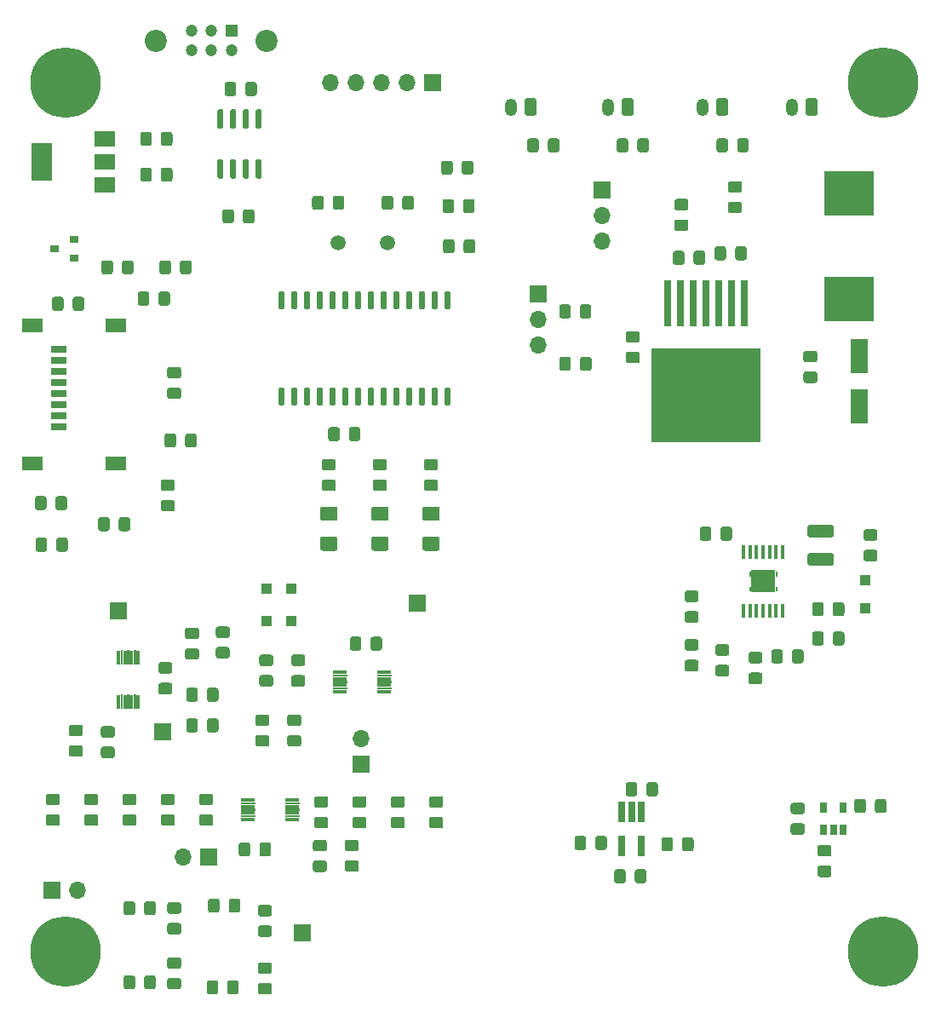
<source format=gbr>
%TF.GenerationSoftware,KiCad,Pcbnew,(5.1.9)-1*%
%TF.CreationDate,2021-06-27T13:52:13-04:00*%
%TF.ProjectId,detector_circuit,64657465-6374-46f7-925f-636972637569,rev?*%
%TF.SameCoordinates,Original*%
%TF.FileFunction,Soldermask,Top*%
%TF.FilePolarity,Negative*%
%FSLAX46Y46*%
G04 Gerber Fmt 4.6, Leading zero omitted, Abs format (unit mm)*
G04 Created by KiCad (PCBNEW (5.1.9)-1) date 2021-06-27 13:52:13*
%MOMM*%
%LPD*%
G01*
G04 APERTURE LIST*
%ADD10C,0.100000*%
%ADD11C,7.000000*%
%ADD12C,2.200000*%
%ADD13C,1.200000*%
%ADD14R,1.200000X1.200000*%
%ADD15R,0.650000X2.000000*%
%ADD16R,10.800000X9.400000*%
%ADD17R,0.800000X4.600000*%
%ADD18C,1.500000*%
%ADD19R,1.700000X1.700000*%
%ADD20O,1.700000X1.700000*%
%ADD21R,5.000000X4.500000*%
%ADD22R,1.450000X0.450000*%
%ADD23R,1.800000X3.500000*%
%ADD24O,1.200000X1.750000*%
%ADD25R,0.355600X1.473200*%
%ADD26R,2.460000X2.310000*%
%ADD27R,2.000000X3.800000*%
%ADD28R,2.000000X1.500000*%
%ADD29R,0.650000X1.060000*%
%ADD30R,1.000000X1.000000*%
%ADD31R,1.100000X1.100000*%
%ADD32R,0.450000X1.450000*%
%ADD33R,0.900000X0.800000*%
%ADD34R,2.000000X1.450000*%
%ADD35R,1.500000X0.800000*%
G04 APERTURE END LIST*
D10*
%TO.C,U6*%
G36*
X158282000Y-104690000D02*
G01*
X158182000Y-104690000D01*
X158182000Y-105040000D01*
X158282000Y-105040000D01*
X158282000Y-104690000D01*
G37*
X158282000Y-104690000D02*
X158182000Y-104690000D01*
X158182000Y-105040000D01*
X158282000Y-105040000D01*
X158282000Y-104690000D01*
G36*
X158282000Y-103590000D02*
G01*
X158182000Y-103590000D01*
X158182000Y-103240000D01*
X158282000Y-103240000D01*
X158282000Y-103590000D01*
G37*
X158282000Y-103590000D02*
X158182000Y-103590000D01*
X158182000Y-103240000D01*
X158282000Y-103240000D01*
X158282000Y-103590000D01*
G36*
X160742000Y-103590000D02*
G01*
X160842000Y-103590000D01*
X160842000Y-103240000D01*
X160742000Y-103240000D01*
X160742000Y-103590000D01*
G37*
X160742000Y-103590000D02*
X160842000Y-103590000D01*
X160842000Y-103240000D01*
X160742000Y-103240000D01*
X160742000Y-103590000D01*
G36*
X160742000Y-104690000D02*
G01*
X160842000Y-104690000D01*
X160842000Y-105040000D01*
X160742000Y-105040000D01*
X160742000Y-104690000D01*
G37*
X160742000Y-104690000D02*
X160842000Y-104690000D01*
X160842000Y-105040000D01*
X160742000Y-105040000D01*
X160742000Y-104690000D01*
G36*
X158282000Y-104690000D02*
G01*
X158182000Y-104690000D01*
X158182000Y-105040000D01*
X158282000Y-105040000D01*
X158282000Y-104690000D01*
G37*
X158282000Y-104690000D02*
X158182000Y-104690000D01*
X158182000Y-105040000D01*
X158282000Y-105040000D01*
X158282000Y-104690000D01*
G36*
X158282000Y-103590000D02*
G01*
X158182000Y-103590000D01*
X158182000Y-103240000D01*
X158282000Y-103240000D01*
X158282000Y-103590000D01*
G37*
X158282000Y-103590000D02*
X158182000Y-103590000D01*
X158182000Y-103240000D01*
X158282000Y-103240000D01*
X158282000Y-103590000D01*
G36*
X160742000Y-103590000D02*
G01*
X160842000Y-103590000D01*
X160842000Y-103240000D01*
X160742000Y-103240000D01*
X160742000Y-103590000D01*
G37*
X160742000Y-103590000D02*
X160842000Y-103590000D01*
X160842000Y-103240000D01*
X160742000Y-103240000D01*
X160742000Y-103590000D01*
G36*
X160742000Y-104690000D02*
G01*
X160842000Y-104690000D01*
X160842000Y-105040000D01*
X160742000Y-105040000D01*
X160742000Y-104690000D01*
G37*
X160742000Y-104690000D02*
X160842000Y-104690000D01*
X160842000Y-105040000D01*
X160742000Y-105040000D01*
X160742000Y-104690000D01*
%TD*%
%TO.C,C13*%
G36*
G01*
X107790400Y-68344201D02*
X107790400Y-67444199D01*
G75*
G02*
X108040399Y-67194200I249999J0D01*
G01*
X108690401Y-67194200D01*
G75*
G02*
X108940400Y-67444199I0J-249999D01*
G01*
X108940400Y-68344201D01*
G75*
G02*
X108690401Y-68594200I-249999J0D01*
G01*
X108040399Y-68594200D01*
G75*
G02*
X107790400Y-68344201I0J249999D01*
G01*
G37*
G36*
G01*
X105740400Y-68344201D02*
X105740400Y-67444199D01*
G75*
G02*
X105990399Y-67194200I249999J0D01*
G01*
X106640401Y-67194200D01*
G75*
G02*
X106890400Y-67444199I0J-249999D01*
G01*
X106890400Y-68344201D01*
G75*
G02*
X106640401Y-68594200I-249999J0D01*
G01*
X105990399Y-68594200D01*
G75*
G02*
X105740400Y-68344201I0J249999D01*
G01*
G37*
%TD*%
D11*
%TO.C,REF\u002A\u002A*%
X90170000Y-140970000D03*
%TD*%
%TO.C,REF\u002A\u002A*%
X90170000Y-54610000D03*
%TD*%
%TO.C,REF\u002A\u002A*%
X171450000Y-54610000D03*
%TD*%
%TO.C,REF\u002A\u002A*%
X171450000Y-140970000D03*
%TD*%
%TO.C,U10*%
G36*
G01*
X109197000Y-62206000D02*
X109497000Y-62206000D01*
G75*
G02*
X109647000Y-62356000I0J-150000D01*
G01*
X109647000Y-64006000D01*
G75*
G02*
X109497000Y-64156000I-150000J0D01*
G01*
X109197000Y-64156000D01*
G75*
G02*
X109047000Y-64006000I0J150000D01*
G01*
X109047000Y-62356000D01*
G75*
G02*
X109197000Y-62206000I150000J0D01*
G01*
G37*
G36*
G01*
X107927000Y-62206000D02*
X108227000Y-62206000D01*
G75*
G02*
X108377000Y-62356000I0J-150000D01*
G01*
X108377000Y-64006000D01*
G75*
G02*
X108227000Y-64156000I-150000J0D01*
G01*
X107927000Y-64156000D01*
G75*
G02*
X107777000Y-64006000I0J150000D01*
G01*
X107777000Y-62356000D01*
G75*
G02*
X107927000Y-62206000I150000J0D01*
G01*
G37*
G36*
G01*
X106657000Y-62206000D02*
X106957000Y-62206000D01*
G75*
G02*
X107107000Y-62356000I0J-150000D01*
G01*
X107107000Y-64006000D01*
G75*
G02*
X106957000Y-64156000I-150000J0D01*
G01*
X106657000Y-64156000D01*
G75*
G02*
X106507000Y-64006000I0J150000D01*
G01*
X106507000Y-62356000D01*
G75*
G02*
X106657000Y-62206000I150000J0D01*
G01*
G37*
G36*
G01*
X105387000Y-62206000D02*
X105687000Y-62206000D01*
G75*
G02*
X105837000Y-62356000I0J-150000D01*
G01*
X105837000Y-64006000D01*
G75*
G02*
X105687000Y-64156000I-150000J0D01*
G01*
X105387000Y-64156000D01*
G75*
G02*
X105237000Y-64006000I0J150000D01*
G01*
X105237000Y-62356000D01*
G75*
G02*
X105387000Y-62206000I150000J0D01*
G01*
G37*
G36*
G01*
X105387000Y-57256000D02*
X105687000Y-57256000D01*
G75*
G02*
X105837000Y-57406000I0J-150000D01*
G01*
X105837000Y-59056000D01*
G75*
G02*
X105687000Y-59206000I-150000J0D01*
G01*
X105387000Y-59206000D01*
G75*
G02*
X105237000Y-59056000I0J150000D01*
G01*
X105237000Y-57406000D01*
G75*
G02*
X105387000Y-57256000I150000J0D01*
G01*
G37*
G36*
G01*
X106657000Y-57256000D02*
X106957000Y-57256000D01*
G75*
G02*
X107107000Y-57406000I0J-150000D01*
G01*
X107107000Y-59056000D01*
G75*
G02*
X106957000Y-59206000I-150000J0D01*
G01*
X106657000Y-59206000D01*
G75*
G02*
X106507000Y-59056000I0J150000D01*
G01*
X106507000Y-57406000D01*
G75*
G02*
X106657000Y-57256000I150000J0D01*
G01*
G37*
G36*
G01*
X107927000Y-57256000D02*
X108227000Y-57256000D01*
G75*
G02*
X108377000Y-57406000I0J-150000D01*
G01*
X108377000Y-59056000D01*
G75*
G02*
X108227000Y-59206000I-150000J0D01*
G01*
X107927000Y-59206000D01*
G75*
G02*
X107777000Y-59056000I0J150000D01*
G01*
X107777000Y-57406000D01*
G75*
G02*
X107927000Y-57256000I150000J0D01*
G01*
G37*
G36*
G01*
X109197000Y-57256000D02*
X109497000Y-57256000D01*
G75*
G02*
X109647000Y-57406000I0J-150000D01*
G01*
X109647000Y-59056000D01*
G75*
G02*
X109497000Y-59206000I-150000J0D01*
G01*
X109197000Y-59206000D01*
G75*
G02*
X109047000Y-59056000I0J150000D01*
G01*
X109047000Y-57406000D01*
G75*
G02*
X109197000Y-57256000I150000J0D01*
G01*
G37*
%TD*%
D12*
%TO.C,J10*%
X110148000Y-50419000D03*
X99148000Y-50419000D03*
D13*
X106648000Y-51419000D03*
X104648000Y-51419000D03*
X102648000Y-51419000D03*
X102648000Y-49419000D03*
D14*
X106648000Y-49419000D03*
D13*
X104648000Y-49419000D03*
%TD*%
D15*
%TO.C,U3*%
X147381000Y-130488000D03*
X145481000Y-130488000D03*
X145481000Y-127068000D03*
X146431000Y-127068000D03*
X147381000Y-127068000D03*
%TD*%
D16*
%TO.C,U1*%
X153797000Y-85661500D03*
D17*
X149987000Y-76511500D03*
X151257000Y-76511500D03*
X152527000Y-76511500D03*
X153797000Y-76511500D03*
X155067000Y-76511500D03*
X156337000Y-76511500D03*
X157607000Y-76511500D03*
%TD*%
D18*
%TO.C,Y1*%
X117294000Y-70485000D03*
X122174000Y-70485000D03*
%TD*%
D19*
%TO.C,J1*%
X126619000Y-54610000D03*
D20*
X124079000Y-54610000D03*
X121539000Y-54610000D03*
X118999000Y-54610000D03*
X116459000Y-54610000D03*
%TD*%
%TO.C,C4*%
G36*
G01*
X170630000Y-126942001D02*
X170630000Y-126041999D01*
G75*
G02*
X170879999Y-125792000I249999J0D01*
G01*
X171530001Y-125792000D01*
G75*
G02*
X171780000Y-126041999I0J-249999D01*
G01*
X171780000Y-126942001D01*
G75*
G02*
X171530001Y-127192000I-249999J0D01*
G01*
X170879999Y-127192000D01*
G75*
G02*
X170630000Y-126942001I0J249999D01*
G01*
G37*
G36*
G01*
X168580000Y-126942001D02*
X168580000Y-126041999D01*
G75*
G02*
X168829999Y-125792000I249999J0D01*
G01*
X169480001Y-125792000D01*
G75*
G02*
X169730000Y-126041999I0J-249999D01*
G01*
X169730000Y-126942001D01*
G75*
G02*
X169480001Y-127192000I-249999J0D01*
G01*
X168829999Y-127192000D01*
G75*
G02*
X168580000Y-126942001I0J249999D01*
G01*
G37*
%TD*%
D19*
%TO.C,TP15*%
X113665000Y-139065000D03*
%TD*%
%TO.C,R26*%
G36*
G01*
X115001999Y-131904000D02*
X115902001Y-131904000D01*
G75*
G02*
X116152000Y-132153999I0J-249999D01*
G01*
X116152000Y-132804001D01*
G75*
G02*
X115902001Y-133054000I-249999J0D01*
G01*
X115001999Y-133054000D01*
G75*
G02*
X114752000Y-132804001I0J249999D01*
G01*
X114752000Y-132153999D01*
G75*
G02*
X115001999Y-131904000I249999J0D01*
G01*
G37*
G36*
G01*
X115001999Y-129854000D02*
X115902001Y-129854000D01*
G75*
G02*
X116152000Y-130103999I0J-249999D01*
G01*
X116152000Y-130754001D01*
G75*
G02*
X115902001Y-131004000I-249999J0D01*
G01*
X115001999Y-131004000D01*
G75*
G02*
X114752000Y-130754001I0J249999D01*
G01*
X114752000Y-130103999D01*
G75*
G02*
X115001999Y-129854000I249999J0D01*
G01*
G37*
%TD*%
%TO.C,R34*%
G36*
G01*
X119068001Y-130995000D02*
X118167999Y-130995000D01*
G75*
G02*
X117918000Y-130745001I0J249999D01*
G01*
X117918000Y-130094999D01*
G75*
G02*
X118167999Y-129845000I249999J0D01*
G01*
X119068001Y-129845000D01*
G75*
G02*
X119318000Y-130094999I0J-249999D01*
G01*
X119318000Y-130745001D01*
G75*
G02*
X119068001Y-130995000I-249999J0D01*
G01*
G37*
G36*
G01*
X119068001Y-133045000D02*
X118167999Y-133045000D01*
G75*
G02*
X117918000Y-132795001I0J249999D01*
G01*
X117918000Y-132144999D01*
G75*
G02*
X118167999Y-131895000I249999J0D01*
G01*
X119068001Y-131895000D01*
G75*
G02*
X119318000Y-132144999I0J-249999D01*
G01*
X119318000Y-132795001D01*
G75*
G02*
X119068001Y-133045000I-249999J0D01*
G01*
G37*
%TD*%
D20*
%TO.C,JP1*%
X119507000Y-119761000D03*
D19*
X119507000Y-122301000D03*
%TD*%
%TO.C,R39*%
G36*
G01*
X109658999Y-113489000D02*
X110559001Y-113489000D01*
G75*
G02*
X110809000Y-113738999I0J-249999D01*
G01*
X110809000Y-114389001D01*
G75*
G02*
X110559001Y-114639000I-249999J0D01*
G01*
X109658999Y-114639000D01*
G75*
G02*
X109409000Y-114389001I0J249999D01*
G01*
X109409000Y-113738999D01*
G75*
G02*
X109658999Y-113489000I249999J0D01*
G01*
G37*
G36*
G01*
X109658999Y-111439000D02*
X110559001Y-111439000D01*
G75*
G02*
X110809000Y-111688999I0J-249999D01*
G01*
X110809000Y-112339001D01*
G75*
G02*
X110559001Y-112589000I-249999J0D01*
G01*
X109658999Y-112589000D01*
G75*
G02*
X109409000Y-112339001I0J249999D01*
G01*
X109409000Y-111688999D01*
G75*
G02*
X109658999Y-111439000I249999J0D01*
G01*
G37*
%TD*%
%TO.C,C32*%
G36*
G01*
X97077000Y-136201999D02*
X97077000Y-137102001D01*
G75*
G02*
X96827001Y-137352000I-249999J0D01*
G01*
X96176999Y-137352000D01*
G75*
G02*
X95927000Y-137102001I0J249999D01*
G01*
X95927000Y-136201999D01*
G75*
G02*
X96176999Y-135952000I249999J0D01*
G01*
X96827001Y-135952000D01*
G75*
G02*
X97077000Y-136201999I0J-249999D01*
G01*
G37*
G36*
G01*
X99127000Y-136201999D02*
X99127000Y-137102001D01*
G75*
G02*
X98877001Y-137352000I-249999J0D01*
G01*
X98226999Y-137352000D01*
G75*
G02*
X97977000Y-137102001I0J249999D01*
G01*
X97977000Y-136201999D01*
G75*
G02*
X98226999Y-135952000I249999J0D01*
G01*
X98877001Y-135952000D01*
G75*
G02*
X99127000Y-136201999I0J-249999D01*
G01*
G37*
%TD*%
%TO.C,R19*%
G36*
G01*
X102050000Y-90620001D02*
X102050000Y-89719999D01*
G75*
G02*
X102299999Y-89470000I249999J0D01*
G01*
X102950001Y-89470000D01*
G75*
G02*
X103200000Y-89719999I0J-249999D01*
G01*
X103200000Y-90620001D01*
G75*
G02*
X102950001Y-90870000I-249999J0D01*
G01*
X102299999Y-90870000D01*
G75*
G02*
X102050000Y-90620001I0J249999D01*
G01*
G37*
G36*
G01*
X100000000Y-90620001D02*
X100000000Y-89719999D01*
G75*
G02*
X100249999Y-89470000I249999J0D01*
G01*
X100900001Y-89470000D01*
G75*
G02*
X101150000Y-89719999I0J-249999D01*
G01*
X101150000Y-90620001D01*
G75*
G02*
X100900001Y-90870000I-249999J0D01*
G01*
X100249999Y-90870000D01*
G75*
G02*
X100000000Y-90620001I0J249999D01*
G01*
G37*
%TD*%
D21*
%TO.C,L2*%
X168021000Y-65636500D03*
X168021000Y-76136500D03*
%TD*%
%TO.C,C27*%
G36*
G01*
X93910999Y-120601000D02*
X94811001Y-120601000D01*
G75*
G02*
X95061000Y-120850999I0J-249999D01*
G01*
X95061000Y-121501001D01*
G75*
G02*
X94811001Y-121751000I-249999J0D01*
G01*
X93910999Y-121751000D01*
G75*
G02*
X93661000Y-121501001I0J249999D01*
G01*
X93661000Y-120850999D01*
G75*
G02*
X93910999Y-120601000I249999J0D01*
G01*
G37*
G36*
G01*
X93910999Y-118551000D02*
X94811001Y-118551000D01*
G75*
G02*
X95061000Y-118800999I0J-249999D01*
G01*
X95061000Y-119451001D01*
G75*
G02*
X94811001Y-119701000I-249999J0D01*
G01*
X93910999Y-119701000D01*
G75*
G02*
X93661000Y-119451001I0J249999D01*
G01*
X93661000Y-118800999D01*
G75*
G02*
X93910999Y-118551000I249999J0D01*
G01*
G37*
%TD*%
D22*
%TO.C,U12*%
X112690000Y-125898000D03*
X112690000Y-126548000D03*
X112690000Y-127198000D03*
X112690000Y-127848000D03*
X108290000Y-127848000D03*
X108290000Y-127198000D03*
X108290000Y-126548000D03*
X108290000Y-125898000D03*
%TD*%
%TO.C,R2*%
G36*
G01*
X150933999Y-68204500D02*
X151834001Y-68204500D01*
G75*
G02*
X152084000Y-68454499I0J-249999D01*
G01*
X152084000Y-69104501D01*
G75*
G02*
X151834001Y-69354500I-249999J0D01*
G01*
X150933999Y-69354500D01*
G75*
G02*
X150684000Y-69104501I0J249999D01*
G01*
X150684000Y-68454499D01*
G75*
G02*
X150933999Y-68204500I249999J0D01*
G01*
G37*
G36*
G01*
X150933999Y-66154500D02*
X151834001Y-66154500D01*
G75*
G02*
X152084000Y-66404499I0J-249999D01*
G01*
X152084000Y-67054501D01*
G75*
G02*
X151834001Y-67304500I-249999J0D01*
G01*
X150933999Y-67304500D01*
G75*
G02*
X150684000Y-67054501I0J249999D01*
G01*
X150684000Y-66404499D01*
G75*
G02*
X150933999Y-66154500I249999J0D01*
G01*
G37*
%TD*%
%TO.C,C37*%
G36*
G01*
X109277999Y-119449000D02*
X110178001Y-119449000D01*
G75*
G02*
X110428000Y-119698999I0J-249999D01*
G01*
X110428000Y-120349001D01*
G75*
G02*
X110178001Y-120599000I-249999J0D01*
G01*
X109277999Y-120599000D01*
G75*
G02*
X109028000Y-120349001I0J249999D01*
G01*
X109028000Y-119698999D01*
G75*
G02*
X109277999Y-119449000I249999J0D01*
G01*
G37*
G36*
G01*
X109277999Y-117399000D02*
X110178001Y-117399000D01*
G75*
G02*
X110428000Y-117648999I0J-249999D01*
G01*
X110428000Y-118299001D01*
G75*
G02*
X110178001Y-118549000I-249999J0D01*
G01*
X109277999Y-118549000D01*
G75*
G02*
X109028000Y-118299001I0J249999D01*
G01*
X109028000Y-117648999D01*
G75*
G02*
X109277999Y-117399000I249999J0D01*
G01*
G37*
%TD*%
%TO.C,R42*%
G36*
G01*
X90735999Y-120456000D02*
X91636001Y-120456000D01*
G75*
G02*
X91886000Y-120705999I0J-249999D01*
G01*
X91886000Y-121356001D01*
G75*
G02*
X91636001Y-121606000I-249999J0D01*
G01*
X90735999Y-121606000D01*
G75*
G02*
X90486000Y-121356001I0J249999D01*
G01*
X90486000Y-120705999D01*
G75*
G02*
X90735999Y-120456000I249999J0D01*
G01*
G37*
G36*
G01*
X90735999Y-118406000D02*
X91636001Y-118406000D01*
G75*
G02*
X91886000Y-118655999I0J-249999D01*
G01*
X91886000Y-119306001D01*
G75*
G02*
X91636001Y-119556000I-249999J0D01*
G01*
X90735999Y-119556000D01*
G75*
G02*
X90486000Y-119306001I0J249999D01*
G01*
X90486000Y-118655999D01*
G75*
G02*
X90735999Y-118406000I249999J0D01*
G01*
G37*
%TD*%
%TO.C,C35*%
G36*
G01*
X108525000Y-130359999D02*
X108525000Y-131260001D01*
G75*
G02*
X108275001Y-131510000I-249999J0D01*
G01*
X107624999Y-131510000D01*
G75*
G02*
X107375000Y-131260001I0J249999D01*
G01*
X107375000Y-130359999D01*
G75*
G02*
X107624999Y-130110000I249999J0D01*
G01*
X108275001Y-130110000D01*
G75*
G02*
X108525000Y-130359999I0J-249999D01*
G01*
G37*
G36*
G01*
X110575000Y-130359999D02*
X110575000Y-131260001D01*
G75*
G02*
X110325001Y-131510000I-249999J0D01*
G01*
X109674999Y-131510000D01*
G75*
G02*
X109425000Y-131260001I0J249999D01*
G01*
X109425000Y-130359999D01*
G75*
G02*
X109674999Y-130110000I249999J0D01*
G01*
X110325001Y-130110000D01*
G75*
G02*
X110575000Y-130359999I0J-249999D01*
G01*
G37*
%TD*%
D23*
%TO.C,D7*%
X169037000Y-86764500D03*
X169037000Y-81764500D03*
%TD*%
D24*
%TO.C,J6*%
X162338000Y-57023000D03*
G36*
G01*
X164938000Y-56397999D02*
X164938000Y-57648001D01*
G75*
G02*
X164688001Y-57898000I-249999J0D01*
G01*
X163987999Y-57898000D01*
G75*
G02*
X163738000Y-57648001I0J249999D01*
G01*
X163738000Y-56397999D01*
G75*
G02*
X163987999Y-56148000I249999J0D01*
G01*
X164688001Y-56148000D01*
G75*
G02*
X164938000Y-56397999I0J-249999D01*
G01*
G37*
%TD*%
%TO.C,J5*%
X153448000Y-57023000D03*
G36*
G01*
X156048000Y-56397999D02*
X156048000Y-57648001D01*
G75*
G02*
X155798001Y-57898000I-249999J0D01*
G01*
X155097999Y-57898000D01*
G75*
G02*
X154848000Y-57648001I0J249999D01*
G01*
X154848000Y-56397999D01*
G75*
G02*
X155097999Y-56148000I249999J0D01*
G01*
X155798001Y-56148000D01*
G75*
G02*
X156048000Y-56397999I0J-249999D01*
G01*
G37*
%TD*%
%TO.C,J4*%
X144050000Y-57023000D03*
G36*
G01*
X146650000Y-56397999D02*
X146650000Y-57648001D01*
G75*
G02*
X146400001Y-57898000I-249999J0D01*
G01*
X145699999Y-57898000D01*
G75*
G02*
X145450000Y-57648001I0J249999D01*
G01*
X145450000Y-56397999D01*
G75*
G02*
X145699999Y-56148000I249999J0D01*
G01*
X146400001Y-56148000D01*
G75*
G02*
X146650000Y-56397999I0J-249999D01*
G01*
G37*
%TD*%
%TO.C,J3*%
X134398000Y-57023000D03*
G36*
G01*
X136998000Y-56397999D02*
X136998000Y-57648001D01*
G75*
G02*
X136748001Y-57898000I-249999J0D01*
G01*
X136047999Y-57898000D01*
G75*
G02*
X135798000Y-57648001I0J249999D01*
G01*
X135798000Y-56397999D01*
G75*
G02*
X136047999Y-56148000I249999J0D01*
G01*
X136748001Y-56148000D01*
G75*
G02*
X136998000Y-56397999I0J-249999D01*
G01*
G37*
%TD*%
D25*
%TO.C,U6*%
X161462034Y-101219000D03*
X160812023Y-101219000D03*
X160162011Y-101219000D03*
X159512000Y-101219000D03*
X158861989Y-101219000D03*
X158211977Y-101219000D03*
X157561966Y-101219000D03*
X157561966Y-107061000D03*
X158211977Y-107061000D03*
X158861989Y-107061000D03*
X159512000Y-107061000D03*
X160162011Y-107061000D03*
X160812023Y-107061000D03*
X161462034Y-107061000D03*
D26*
X159512000Y-104140000D03*
%TD*%
%TO.C,R41*%
G36*
G01*
X152596000Y-72459001D02*
X152596000Y-71558999D01*
G75*
G02*
X152845999Y-71309000I249999J0D01*
G01*
X153496001Y-71309000D01*
G75*
G02*
X153746000Y-71558999I0J-249999D01*
G01*
X153746000Y-72459001D01*
G75*
G02*
X153496001Y-72709000I-249999J0D01*
G01*
X152845999Y-72709000D01*
G75*
G02*
X152596000Y-72459001I0J249999D01*
G01*
G37*
G36*
G01*
X150546000Y-72459001D02*
X150546000Y-71558999D01*
G75*
G02*
X150795999Y-71309000I249999J0D01*
G01*
X151446001Y-71309000D01*
G75*
G02*
X151696000Y-71558999I0J-249999D01*
G01*
X151696000Y-72459001D01*
G75*
G02*
X151446001Y-72709000I-249999J0D01*
G01*
X150795999Y-72709000D01*
G75*
G02*
X150546000Y-72459001I0J249999D01*
G01*
G37*
%TD*%
%TO.C,L1*%
G36*
G01*
X166302000Y-99809000D02*
X164152000Y-99809000D01*
G75*
G02*
X163902000Y-99559000I0J250000D01*
G01*
X163902000Y-98809000D01*
G75*
G02*
X164152000Y-98559000I250000J0D01*
G01*
X166302000Y-98559000D01*
G75*
G02*
X166552000Y-98809000I0J-250000D01*
G01*
X166552000Y-99559000D01*
G75*
G02*
X166302000Y-99809000I-250000J0D01*
G01*
G37*
G36*
G01*
X166302000Y-102609000D02*
X164152000Y-102609000D01*
G75*
G02*
X163902000Y-102359000I0J250000D01*
G01*
X163902000Y-101609000D01*
G75*
G02*
X164152000Y-101359000I250000J0D01*
G01*
X166302000Y-101359000D01*
G75*
G02*
X166552000Y-101609000I0J-250000D01*
G01*
X166552000Y-102359000D01*
G75*
G02*
X166302000Y-102609000I-250000J0D01*
G01*
G37*
%TD*%
%TO.C,C26*%
G36*
G01*
X156267999Y-66435500D02*
X157168001Y-66435500D01*
G75*
G02*
X157418000Y-66685499I0J-249999D01*
G01*
X157418000Y-67335501D01*
G75*
G02*
X157168001Y-67585500I-249999J0D01*
G01*
X156267999Y-67585500D01*
G75*
G02*
X156018000Y-67335501I0J249999D01*
G01*
X156018000Y-66685499D01*
G75*
G02*
X156267999Y-66435500I249999J0D01*
G01*
G37*
G36*
G01*
X156267999Y-64385500D02*
X157168001Y-64385500D01*
G75*
G02*
X157418000Y-64635499I0J-249999D01*
G01*
X157418000Y-65285501D01*
G75*
G02*
X157168001Y-65535500I-249999J0D01*
G01*
X156267999Y-65535500D01*
G75*
G02*
X156018000Y-65285501I0J249999D01*
G01*
X156018000Y-64635499D01*
G75*
G02*
X156267999Y-64385500I249999J0D01*
G01*
G37*
%TD*%
%TO.C,C25*%
G36*
G01*
X155832500Y-71114499D02*
X155832500Y-72014501D01*
G75*
G02*
X155582501Y-72264500I-249999J0D01*
G01*
X154932499Y-72264500D01*
G75*
G02*
X154682500Y-72014501I0J249999D01*
G01*
X154682500Y-71114499D01*
G75*
G02*
X154932499Y-70864500I249999J0D01*
G01*
X155582501Y-70864500D01*
G75*
G02*
X155832500Y-71114499I0J-249999D01*
G01*
G37*
G36*
G01*
X157882500Y-71114499D02*
X157882500Y-72014501D01*
G75*
G02*
X157632501Y-72264500I-249999J0D01*
G01*
X156982499Y-72264500D01*
G75*
G02*
X156732500Y-72014501I0J249999D01*
G01*
X156732500Y-71114499D01*
G75*
G02*
X156982499Y-70864500I249999J0D01*
G01*
X157632501Y-70864500D01*
G75*
G02*
X157882500Y-71114499I0J-249999D01*
G01*
G37*
%TD*%
%TO.C,C24*%
G36*
G01*
X163760999Y-83308500D02*
X164661001Y-83308500D01*
G75*
G02*
X164911000Y-83558499I0J-249999D01*
G01*
X164911000Y-84208501D01*
G75*
G02*
X164661001Y-84458500I-249999J0D01*
G01*
X163760999Y-84458500D01*
G75*
G02*
X163511000Y-84208501I0J249999D01*
G01*
X163511000Y-83558499D01*
G75*
G02*
X163760999Y-83308500I249999J0D01*
G01*
G37*
G36*
G01*
X163760999Y-81258500D02*
X164661001Y-81258500D01*
G75*
G02*
X164911000Y-81508499I0J-249999D01*
G01*
X164911000Y-82158501D01*
G75*
G02*
X164661001Y-82408500I-249999J0D01*
G01*
X163760999Y-82408500D01*
G75*
G02*
X163511000Y-82158501I0J249999D01*
G01*
X163511000Y-81508499D01*
G75*
G02*
X163760999Y-81258500I249999J0D01*
G01*
G37*
%TD*%
%TO.C,C22*%
G36*
G01*
X146107999Y-81349000D02*
X147008001Y-81349000D01*
G75*
G02*
X147258000Y-81598999I0J-249999D01*
G01*
X147258000Y-82249001D01*
G75*
G02*
X147008001Y-82499000I-249999J0D01*
G01*
X146107999Y-82499000D01*
G75*
G02*
X145858000Y-82249001I0J249999D01*
G01*
X145858000Y-81598999D01*
G75*
G02*
X146107999Y-81349000I249999J0D01*
G01*
G37*
G36*
G01*
X146107999Y-79299000D02*
X147008001Y-79299000D01*
G75*
G02*
X147258000Y-79548999I0J-249999D01*
G01*
X147258000Y-80199001D01*
G75*
G02*
X147008001Y-80449000I-249999J0D01*
G01*
X146107999Y-80449000D01*
G75*
G02*
X145858000Y-80199001I0J249999D01*
G01*
X145858000Y-79548999D01*
G75*
G02*
X146107999Y-79299000I249999J0D01*
G01*
G37*
%TD*%
D20*
%TO.C,J9*%
X101854000Y-131572000D03*
D19*
X104394000Y-131572000D03*
%TD*%
%TO.C,TP2*%
X95377000Y-107061000D03*
%TD*%
%TO.C,U5*%
G36*
G01*
X127993000Y-84926000D02*
X128293000Y-84926000D01*
G75*
G02*
X128443000Y-85076000I0J-150000D01*
G01*
X128443000Y-86576000D01*
G75*
G02*
X128293000Y-86726000I-150000J0D01*
G01*
X127993000Y-86726000D01*
G75*
G02*
X127843000Y-86576000I0J150000D01*
G01*
X127843000Y-85076000D01*
G75*
G02*
X127993000Y-84926000I150000J0D01*
G01*
G37*
G36*
G01*
X126723000Y-84926000D02*
X127023000Y-84926000D01*
G75*
G02*
X127173000Y-85076000I0J-150000D01*
G01*
X127173000Y-86576000D01*
G75*
G02*
X127023000Y-86726000I-150000J0D01*
G01*
X126723000Y-86726000D01*
G75*
G02*
X126573000Y-86576000I0J150000D01*
G01*
X126573000Y-85076000D01*
G75*
G02*
X126723000Y-84926000I150000J0D01*
G01*
G37*
G36*
G01*
X125453000Y-84926000D02*
X125753000Y-84926000D01*
G75*
G02*
X125903000Y-85076000I0J-150000D01*
G01*
X125903000Y-86576000D01*
G75*
G02*
X125753000Y-86726000I-150000J0D01*
G01*
X125453000Y-86726000D01*
G75*
G02*
X125303000Y-86576000I0J150000D01*
G01*
X125303000Y-85076000D01*
G75*
G02*
X125453000Y-84926000I150000J0D01*
G01*
G37*
G36*
G01*
X124183000Y-84926000D02*
X124483000Y-84926000D01*
G75*
G02*
X124633000Y-85076000I0J-150000D01*
G01*
X124633000Y-86576000D01*
G75*
G02*
X124483000Y-86726000I-150000J0D01*
G01*
X124183000Y-86726000D01*
G75*
G02*
X124033000Y-86576000I0J150000D01*
G01*
X124033000Y-85076000D01*
G75*
G02*
X124183000Y-84926000I150000J0D01*
G01*
G37*
G36*
G01*
X122913000Y-84926000D02*
X123213000Y-84926000D01*
G75*
G02*
X123363000Y-85076000I0J-150000D01*
G01*
X123363000Y-86576000D01*
G75*
G02*
X123213000Y-86726000I-150000J0D01*
G01*
X122913000Y-86726000D01*
G75*
G02*
X122763000Y-86576000I0J150000D01*
G01*
X122763000Y-85076000D01*
G75*
G02*
X122913000Y-84926000I150000J0D01*
G01*
G37*
G36*
G01*
X121643000Y-84926000D02*
X121943000Y-84926000D01*
G75*
G02*
X122093000Y-85076000I0J-150000D01*
G01*
X122093000Y-86576000D01*
G75*
G02*
X121943000Y-86726000I-150000J0D01*
G01*
X121643000Y-86726000D01*
G75*
G02*
X121493000Y-86576000I0J150000D01*
G01*
X121493000Y-85076000D01*
G75*
G02*
X121643000Y-84926000I150000J0D01*
G01*
G37*
G36*
G01*
X120373000Y-84926000D02*
X120673000Y-84926000D01*
G75*
G02*
X120823000Y-85076000I0J-150000D01*
G01*
X120823000Y-86576000D01*
G75*
G02*
X120673000Y-86726000I-150000J0D01*
G01*
X120373000Y-86726000D01*
G75*
G02*
X120223000Y-86576000I0J150000D01*
G01*
X120223000Y-85076000D01*
G75*
G02*
X120373000Y-84926000I150000J0D01*
G01*
G37*
G36*
G01*
X119103000Y-84926000D02*
X119403000Y-84926000D01*
G75*
G02*
X119553000Y-85076000I0J-150000D01*
G01*
X119553000Y-86576000D01*
G75*
G02*
X119403000Y-86726000I-150000J0D01*
G01*
X119103000Y-86726000D01*
G75*
G02*
X118953000Y-86576000I0J150000D01*
G01*
X118953000Y-85076000D01*
G75*
G02*
X119103000Y-84926000I150000J0D01*
G01*
G37*
G36*
G01*
X117833000Y-84926000D02*
X118133000Y-84926000D01*
G75*
G02*
X118283000Y-85076000I0J-150000D01*
G01*
X118283000Y-86576000D01*
G75*
G02*
X118133000Y-86726000I-150000J0D01*
G01*
X117833000Y-86726000D01*
G75*
G02*
X117683000Y-86576000I0J150000D01*
G01*
X117683000Y-85076000D01*
G75*
G02*
X117833000Y-84926000I150000J0D01*
G01*
G37*
G36*
G01*
X116563000Y-84926000D02*
X116863000Y-84926000D01*
G75*
G02*
X117013000Y-85076000I0J-150000D01*
G01*
X117013000Y-86576000D01*
G75*
G02*
X116863000Y-86726000I-150000J0D01*
G01*
X116563000Y-86726000D01*
G75*
G02*
X116413000Y-86576000I0J150000D01*
G01*
X116413000Y-85076000D01*
G75*
G02*
X116563000Y-84926000I150000J0D01*
G01*
G37*
G36*
G01*
X115293000Y-84926000D02*
X115593000Y-84926000D01*
G75*
G02*
X115743000Y-85076000I0J-150000D01*
G01*
X115743000Y-86576000D01*
G75*
G02*
X115593000Y-86726000I-150000J0D01*
G01*
X115293000Y-86726000D01*
G75*
G02*
X115143000Y-86576000I0J150000D01*
G01*
X115143000Y-85076000D01*
G75*
G02*
X115293000Y-84926000I150000J0D01*
G01*
G37*
G36*
G01*
X114023000Y-84926000D02*
X114323000Y-84926000D01*
G75*
G02*
X114473000Y-85076000I0J-150000D01*
G01*
X114473000Y-86576000D01*
G75*
G02*
X114323000Y-86726000I-150000J0D01*
G01*
X114023000Y-86726000D01*
G75*
G02*
X113873000Y-86576000I0J150000D01*
G01*
X113873000Y-85076000D01*
G75*
G02*
X114023000Y-84926000I150000J0D01*
G01*
G37*
G36*
G01*
X112753000Y-84926000D02*
X113053000Y-84926000D01*
G75*
G02*
X113203000Y-85076000I0J-150000D01*
G01*
X113203000Y-86576000D01*
G75*
G02*
X113053000Y-86726000I-150000J0D01*
G01*
X112753000Y-86726000D01*
G75*
G02*
X112603000Y-86576000I0J150000D01*
G01*
X112603000Y-85076000D01*
G75*
G02*
X112753000Y-84926000I150000J0D01*
G01*
G37*
G36*
G01*
X111483000Y-84926000D02*
X111783000Y-84926000D01*
G75*
G02*
X111933000Y-85076000I0J-150000D01*
G01*
X111933000Y-86576000D01*
G75*
G02*
X111783000Y-86726000I-150000J0D01*
G01*
X111483000Y-86726000D01*
G75*
G02*
X111333000Y-86576000I0J150000D01*
G01*
X111333000Y-85076000D01*
G75*
G02*
X111483000Y-84926000I150000J0D01*
G01*
G37*
G36*
G01*
X111483000Y-75326000D02*
X111783000Y-75326000D01*
G75*
G02*
X111933000Y-75476000I0J-150000D01*
G01*
X111933000Y-76976000D01*
G75*
G02*
X111783000Y-77126000I-150000J0D01*
G01*
X111483000Y-77126000D01*
G75*
G02*
X111333000Y-76976000I0J150000D01*
G01*
X111333000Y-75476000D01*
G75*
G02*
X111483000Y-75326000I150000J0D01*
G01*
G37*
G36*
G01*
X112753000Y-75326000D02*
X113053000Y-75326000D01*
G75*
G02*
X113203000Y-75476000I0J-150000D01*
G01*
X113203000Y-76976000D01*
G75*
G02*
X113053000Y-77126000I-150000J0D01*
G01*
X112753000Y-77126000D01*
G75*
G02*
X112603000Y-76976000I0J150000D01*
G01*
X112603000Y-75476000D01*
G75*
G02*
X112753000Y-75326000I150000J0D01*
G01*
G37*
G36*
G01*
X114023000Y-75326000D02*
X114323000Y-75326000D01*
G75*
G02*
X114473000Y-75476000I0J-150000D01*
G01*
X114473000Y-76976000D01*
G75*
G02*
X114323000Y-77126000I-150000J0D01*
G01*
X114023000Y-77126000D01*
G75*
G02*
X113873000Y-76976000I0J150000D01*
G01*
X113873000Y-75476000D01*
G75*
G02*
X114023000Y-75326000I150000J0D01*
G01*
G37*
G36*
G01*
X115293000Y-75326000D02*
X115593000Y-75326000D01*
G75*
G02*
X115743000Y-75476000I0J-150000D01*
G01*
X115743000Y-76976000D01*
G75*
G02*
X115593000Y-77126000I-150000J0D01*
G01*
X115293000Y-77126000D01*
G75*
G02*
X115143000Y-76976000I0J150000D01*
G01*
X115143000Y-75476000D01*
G75*
G02*
X115293000Y-75326000I150000J0D01*
G01*
G37*
G36*
G01*
X116563000Y-75326000D02*
X116863000Y-75326000D01*
G75*
G02*
X117013000Y-75476000I0J-150000D01*
G01*
X117013000Y-76976000D01*
G75*
G02*
X116863000Y-77126000I-150000J0D01*
G01*
X116563000Y-77126000D01*
G75*
G02*
X116413000Y-76976000I0J150000D01*
G01*
X116413000Y-75476000D01*
G75*
G02*
X116563000Y-75326000I150000J0D01*
G01*
G37*
G36*
G01*
X117833000Y-75326000D02*
X118133000Y-75326000D01*
G75*
G02*
X118283000Y-75476000I0J-150000D01*
G01*
X118283000Y-76976000D01*
G75*
G02*
X118133000Y-77126000I-150000J0D01*
G01*
X117833000Y-77126000D01*
G75*
G02*
X117683000Y-76976000I0J150000D01*
G01*
X117683000Y-75476000D01*
G75*
G02*
X117833000Y-75326000I150000J0D01*
G01*
G37*
G36*
G01*
X119103000Y-75326000D02*
X119403000Y-75326000D01*
G75*
G02*
X119553000Y-75476000I0J-150000D01*
G01*
X119553000Y-76976000D01*
G75*
G02*
X119403000Y-77126000I-150000J0D01*
G01*
X119103000Y-77126000D01*
G75*
G02*
X118953000Y-76976000I0J150000D01*
G01*
X118953000Y-75476000D01*
G75*
G02*
X119103000Y-75326000I150000J0D01*
G01*
G37*
G36*
G01*
X120373000Y-75326000D02*
X120673000Y-75326000D01*
G75*
G02*
X120823000Y-75476000I0J-150000D01*
G01*
X120823000Y-76976000D01*
G75*
G02*
X120673000Y-77126000I-150000J0D01*
G01*
X120373000Y-77126000D01*
G75*
G02*
X120223000Y-76976000I0J150000D01*
G01*
X120223000Y-75476000D01*
G75*
G02*
X120373000Y-75326000I150000J0D01*
G01*
G37*
G36*
G01*
X121643000Y-75326000D02*
X121943000Y-75326000D01*
G75*
G02*
X122093000Y-75476000I0J-150000D01*
G01*
X122093000Y-76976000D01*
G75*
G02*
X121943000Y-77126000I-150000J0D01*
G01*
X121643000Y-77126000D01*
G75*
G02*
X121493000Y-76976000I0J150000D01*
G01*
X121493000Y-75476000D01*
G75*
G02*
X121643000Y-75326000I150000J0D01*
G01*
G37*
G36*
G01*
X122913000Y-75326000D02*
X123213000Y-75326000D01*
G75*
G02*
X123363000Y-75476000I0J-150000D01*
G01*
X123363000Y-76976000D01*
G75*
G02*
X123213000Y-77126000I-150000J0D01*
G01*
X122913000Y-77126000D01*
G75*
G02*
X122763000Y-76976000I0J150000D01*
G01*
X122763000Y-75476000D01*
G75*
G02*
X122913000Y-75326000I150000J0D01*
G01*
G37*
G36*
G01*
X124183000Y-75326000D02*
X124483000Y-75326000D01*
G75*
G02*
X124633000Y-75476000I0J-150000D01*
G01*
X124633000Y-76976000D01*
G75*
G02*
X124483000Y-77126000I-150000J0D01*
G01*
X124183000Y-77126000D01*
G75*
G02*
X124033000Y-76976000I0J150000D01*
G01*
X124033000Y-75476000D01*
G75*
G02*
X124183000Y-75326000I150000J0D01*
G01*
G37*
G36*
G01*
X125453000Y-75326000D02*
X125753000Y-75326000D01*
G75*
G02*
X125903000Y-75476000I0J-150000D01*
G01*
X125903000Y-76976000D01*
G75*
G02*
X125753000Y-77126000I-150000J0D01*
G01*
X125453000Y-77126000D01*
G75*
G02*
X125303000Y-76976000I0J150000D01*
G01*
X125303000Y-75476000D01*
G75*
G02*
X125453000Y-75326000I150000J0D01*
G01*
G37*
G36*
G01*
X126723000Y-75326000D02*
X127023000Y-75326000D01*
G75*
G02*
X127173000Y-75476000I0J-150000D01*
G01*
X127173000Y-76976000D01*
G75*
G02*
X127023000Y-77126000I-150000J0D01*
G01*
X126723000Y-77126000D01*
G75*
G02*
X126573000Y-76976000I0J150000D01*
G01*
X126573000Y-75476000D01*
G75*
G02*
X126723000Y-75326000I150000J0D01*
G01*
G37*
G36*
G01*
X127993000Y-75326000D02*
X128293000Y-75326000D01*
G75*
G02*
X128443000Y-75476000I0J-150000D01*
G01*
X128443000Y-76976000D01*
G75*
G02*
X128293000Y-77126000I-150000J0D01*
G01*
X127993000Y-77126000D01*
G75*
G02*
X127843000Y-76976000I0J150000D01*
G01*
X127843000Y-75476000D01*
G75*
G02*
X127993000Y-75326000I150000J0D01*
G01*
G37*
%TD*%
D27*
%TO.C,U4*%
X87782000Y-62484000D03*
D28*
X94082000Y-62484000D03*
X94082000Y-60184000D03*
X94082000Y-64784000D03*
%TD*%
D29*
%TO.C,U2*%
X165547000Y-126662000D03*
X167447000Y-126662000D03*
X167447000Y-128862000D03*
X166497000Y-128862000D03*
X165547000Y-128862000D03*
%TD*%
D20*
%TO.C,JP2*%
X143510000Y-70358000D03*
X143510000Y-67818000D03*
D19*
X143510000Y-65278000D03*
%TD*%
D20*
%TO.C,J7*%
X137160000Y-80645000D03*
X137160000Y-78105000D03*
D19*
X137160000Y-75565000D03*
%TD*%
%TO.C,D5*%
G36*
G01*
X116957000Y-98158000D02*
X115707000Y-98158000D01*
G75*
G02*
X115457000Y-97908000I0J250000D01*
G01*
X115457000Y-96983000D01*
G75*
G02*
X115707000Y-96733000I250000J0D01*
G01*
X116957000Y-96733000D01*
G75*
G02*
X117207000Y-96983000I0J-250000D01*
G01*
X117207000Y-97908000D01*
G75*
G02*
X116957000Y-98158000I-250000J0D01*
G01*
G37*
G36*
G01*
X116957000Y-101133000D02*
X115707000Y-101133000D01*
G75*
G02*
X115457000Y-100883000I0J250000D01*
G01*
X115457000Y-99958000D01*
G75*
G02*
X115707000Y-99708000I250000J0D01*
G01*
X116957000Y-99708000D01*
G75*
G02*
X117207000Y-99958000I0J-250000D01*
G01*
X117207000Y-100883000D01*
G75*
G02*
X116957000Y-101133000I-250000J0D01*
G01*
G37*
%TD*%
%TO.C,D4*%
G36*
G01*
X127117000Y-98158000D02*
X125867000Y-98158000D01*
G75*
G02*
X125617000Y-97908000I0J250000D01*
G01*
X125617000Y-96983000D01*
G75*
G02*
X125867000Y-96733000I250000J0D01*
G01*
X127117000Y-96733000D01*
G75*
G02*
X127367000Y-96983000I0J-250000D01*
G01*
X127367000Y-97908000D01*
G75*
G02*
X127117000Y-98158000I-250000J0D01*
G01*
G37*
G36*
G01*
X127117000Y-101133000D02*
X125867000Y-101133000D01*
G75*
G02*
X125617000Y-100883000I0J250000D01*
G01*
X125617000Y-99958000D01*
G75*
G02*
X125867000Y-99708000I250000J0D01*
G01*
X127117000Y-99708000D01*
G75*
G02*
X127367000Y-99958000I0J-250000D01*
G01*
X127367000Y-100883000D01*
G75*
G02*
X127117000Y-101133000I-250000J0D01*
G01*
G37*
%TD*%
%TO.C,D3*%
G36*
G01*
X122037000Y-98158000D02*
X120787000Y-98158000D01*
G75*
G02*
X120537000Y-97908000I0J250000D01*
G01*
X120537000Y-96983000D01*
G75*
G02*
X120787000Y-96733000I250000J0D01*
G01*
X122037000Y-96733000D01*
G75*
G02*
X122287000Y-96983000I0J-250000D01*
G01*
X122287000Y-97908000D01*
G75*
G02*
X122037000Y-98158000I-250000J0D01*
G01*
G37*
G36*
G01*
X122037000Y-101133000D02*
X120787000Y-101133000D01*
G75*
G02*
X120537000Y-100883000I0J250000D01*
G01*
X120537000Y-99958000D01*
G75*
G02*
X120787000Y-99708000I250000J0D01*
G01*
X122037000Y-99708000D01*
G75*
G02*
X122287000Y-99958000I0J-250000D01*
G01*
X122287000Y-100883000D01*
G75*
G02*
X122037000Y-101133000I-250000J0D01*
G01*
G37*
%TD*%
D30*
%TO.C,D2*%
X112629000Y-108077000D03*
X110129000Y-108077000D03*
%TD*%
D31*
%TO.C,D1*%
X169672000Y-106810000D03*
X169672000Y-104010000D03*
%TD*%
D19*
%TO.C,TP17*%
X99822000Y-119126000D03*
%TD*%
%TO.C,TP1*%
X125095000Y-106299000D03*
%TD*%
D20*
%TO.C,JP5*%
X91313000Y-134874000D03*
D19*
X88773000Y-134874000D03*
%TD*%
D32*
%TO.C,U14*%
X95418000Y-111719000D03*
X96068000Y-111719000D03*
X96718000Y-111719000D03*
X97368000Y-111719000D03*
X97368000Y-116119000D03*
X96718000Y-116119000D03*
X96068000Y-116119000D03*
X95418000Y-116119000D03*
%TD*%
D22*
%TO.C,U13*%
X121834000Y-113198000D03*
X121834000Y-113848000D03*
X121834000Y-114498000D03*
X121834000Y-115148000D03*
X117434000Y-115148000D03*
X117434000Y-114498000D03*
X117434000Y-113848000D03*
X117434000Y-113198000D03*
%TD*%
%TO.C,R40*%
G36*
G01*
X99879999Y-127323000D02*
X100780001Y-127323000D01*
G75*
G02*
X101030000Y-127572999I0J-249999D01*
G01*
X101030000Y-128223001D01*
G75*
G02*
X100780001Y-128473000I-249999J0D01*
G01*
X99879999Y-128473000D01*
G75*
G02*
X99630000Y-128223001I0J249999D01*
G01*
X99630000Y-127572999D01*
G75*
G02*
X99879999Y-127323000I249999J0D01*
G01*
G37*
G36*
G01*
X99879999Y-125273000D02*
X100780001Y-125273000D01*
G75*
G02*
X101030000Y-125522999I0J-249999D01*
G01*
X101030000Y-126173001D01*
G75*
G02*
X100780001Y-126423000I-249999J0D01*
G01*
X99879999Y-126423000D01*
G75*
G02*
X99630000Y-126173001I0J249999D01*
G01*
X99630000Y-125522999D01*
G75*
G02*
X99879999Y-125273000I249999J0D01*
G01*
G37*
%TD*%
%TO.C,R38*%
G36*
G01*
X104209000Y-118941001D02*
X104209000Y-118040999D01*
G75*
G02*
X104458999Y-117791000I249999J0D01*
G01*
X105109001Y-117791000D01*
G75*
G02*
X105359000Y-118040999I0J-249999D01*
G01*
X105359000Y-118941001D01*
G75*
G02*
X105109001Y-119191000I-249999J0D01*
G01*
X104458999Y-119191000D01*
G75*
G02*
X104209000Y-118941001I0J249999D01*
G01*
G37*
G36*
G01*
X102159000Y-118941001D02*
X102159000Y-118040999D01*
G75*
G02*
X102408999Y-117791000I249999J0D01*
G01*
X103059001Y-117791000D01*
G75*
G02*
X103309000Y-118040999I0J-249999D01*
G01*
X103309000Y-118941001D01*
G75*
G02*
X103059001Y-119191000I-249999J0D01*
G01*
X102408999Y-119191000D01*
G75*
G02*
X102159000Y-118941001I0J249999D01*
G01*
G37*
%TD*%
%TO.C,R37*%
G36*
G01*
X102292999Y-110813000D02*
X103193001Y-110813000D01*
G75*
G02*
X103443000Y-111062999I0J-249999D01*
G01*
X103443000Y-111713001D01*
G75*
G02*
X103193001Y-111963000I-249999J0D01*
G01*
X102292999Y-111963000D01*
G75*
G02*
X102043000Y-111713001I0J249999D01*
G01*
X102043000Y-111062999D01*
G75*
G02*
X102292999Y-110813000I249999J0D01*
G01*
G37*
G36*
G01*
X102292999Y-108763000D02*
X103193001Y-108763000D01*
G75*
G02*
X103443000Y-109012999I0J-249999D01*
G01*
X103443000Y-109663001D01*
G75*
G02*
X103193001Y-109913000I-249999J0D01*
G01*
X102292999Y-109913000D01*
G75*
G02*
X102043000Y-109663001I0J249999D01*
G01*
X102043000Y-109012999D01*
G75*
G02*
X102292999Y-108763000I249999J0D01*
G01*
G37*
%TD*%
%TO.C,R36*%
G36*
G01*
X122739999Y-127568000D02*
X123640001Y-127568000D01*
G75*
G02*
X123890000Y-127817999I0J-249999D01*
G01*
X123890000Y-128468001D01*
G75*
G02*
X123640001Y-128718000I-249999J0D01*
G01*
X122739999Y-128718000D01*
G75*
G02*
X122490000Y-128468001I0J249999D01*
G01*
X122490000Y-127817999D01*
G75*
G02*
X122739999Y-127568000I249999J0D01*
G01*
G37*
G36*
G01*
X122739999Y-125518000D02*
X123640001Y-125518000D01*
G75*
G02*
X123890000Y-125767999I0J-249999D01*
G01*
X123890000Y-126418001D01*
G75*
G02*
X123640001Y-126668000I-249999J0D01*
G01*
X122739999Y-126668000D01*
G75*
G02*
X122490000Y-126418001I0J249999D01*
G01*
X122490000Y-125767999D01*
G75*
G02*
X122739999Y-125518000I249999J0D01*
G01*
G37*
%TD*%
%TO.C,R35*%
G36*
G01*
X126549999Y-127568000D02*
X127450001Y-127568000D01*
G75*
G02*
X127700000Y-127817999I0J-249999D01*
G01*
X127700000Y-128468001D01*
G75*
G02*
X127450001Y-128718000I-249999J0D01*
G01*
X126549999Y-128718000D01*
G75*
G02*
X126300000Y-128468001I0J249999D01*
G01*
X126300000Y-127817999D01*
G75*
G02*
X126549999Y-127568000I249999J0D01*
G01*
G37*
G36*
G01*
X126549999Y-125518000D02*
X127450001Y-125518000D01*
G75*
G02*
X127700000Y-125767999I0J-249999D01*
G01*
X127700000Y-126418001D01*
G75*
G02*
X127450001Y-126668000I-249999J0D01*
G01*
X126549999Y-126668000D01*
G75*
G02*
X126300000Y-126418001I0J249999D01*
G01*
X126300000Y-125767999D01*
G75*
G02*
X126549999Y-125518000I249999J0D01*
G01*
G37*
%TD*%
%TO.C,R33*%
G36*
G01*
X107382000Y-144075999D02*
X107382000Y-144976001D01*
G75*
G02*
X107132001Y-145226000I-249999J0D01*
G01*
X106481999Y-145226000D01*
G75*
G02*
X106232000Y-144976001I0J249999D01*
G01*
X106232000Y-144075999D01*
G75*
G02*
X106481999Y-143826000I249999J0D01*
G01*
X107132001Y-143826000D01*
G75*
G02*
X107382000Y-144075999I0J-249999D01*
G01*
G37*
G36*
G01*
X105332000Y-144075999D02*
X105332000Y-144976001D01*
G75*
G02*
X105082001Y-145226000I-249999J0D01*
G01*
X104431999Y-145226000D01*
G75*
G02*
X104182000Y-144976001I0J249999D01*
G01*
X104182000Y-144075999D01*
G75*
G02*
X104431999Y-143826000I249999J0D01*
G01*
X105082001Y-143826000D01*
G75*
G02*
X105332000Y-144075999I0J-249999D01*
G01*
G37*
%TD*%
%TO.C,R32*%
G36*
G01*
X101415001Y-142679000D02*
X100514999Y-142679000D01*
G75*
G02*
X100265000Y-142429001I0J249999D01*
G01*
X100265000Y-141778999D01*
G75*
G02*
X100514999Y-141529000I249999J0D01*
G01*
X101415001Y-141529000D01*
G75*
G02*
X101665000Y-141778999I0J-249999D01*
G01*
X101665000Y-142429001D01*
G75*
G02*
X101415001Y-142679000I-249999J0D01*
G01*
G37*
G36*
G01*
X101415001Y-144729000D02*
X100514999Y-144729000D01*
G75*
G02*
X100265000Y-144479001I0J249999D01*
G01*
X100265000Y-143828999D01*
G75*
G02*
X100514999Y-143579000I249999J0D01*
G01*
X101415001Y-143579000D01*
G75*
G02*
X101665000Y-143828999I0J-249999D01*
G01*
X101665000Y-144479001D01*
G75*
G02*
X101415001Y-144729000I-249999J0D01*
G01*
G37*
%TD*%
%TO.C,R31*%
G36*
G01*
X88449999Y-127323000D02*
X89350001Y-127323000D01*
G75*
G02*
X89600000Y-127572999I0J-249999D01*
G01*
X89600000Y-128223001D01*
G75*
G02*
X89350001Y-128473000I-249999J0D01*
G01*
X88449999Y-128473000D01*
G75*
G02*
X88200000Y-128223001I0J249999D01*
G01*
X88200000Y-127572999D01*
G75*
G02*
X88449999Y-127323000I249999J0D01*
G01*
G37*
G36*
G01*
X88449999Y-125273000D02*
X89350001Y-125273000D01*
G75*
G02*
X89600000Y-125522999I0J-249999D01*
G01*
X89600000Y-126173001D01*
G75*
G02*
X89350001Y-126423000I-249999J0D01*
G01*
X88449999Y-126423000D01*
G75*
G02*
X88200000Y-126173001I0J249999D01*
G01*
X88200000Y-125522999D01*
G75*
G02*
X88449999Y-125273000I249999J0D01*
G01*
G37*
%TD*%
%TO.C,R30*%
G36*
G01*
X112452999Y-119449000D02*
X113353001Y-119449000D01*
G75*
G02*
X113603000Y-119698999I0J-249999D01*
G01*
X113603000Y-120349001D01*
G75*
G02*
X113353001Y-120599000I-249999J0D01*
G01*
X112452999Y-120599000D01*
G75*
G02*
X112203000Y-120349001I0J249999D01*
G01*
X112203000Y-119698999D01*
G75*
G02*
X112452999Y-119449000I249999J0D01*
G01*
G37*
G36*
G01*
X112452999Y-117399000D02*
X113353001Y-117399000D01*
G75*
G02*
X113603000Y-117648999I0J-249999D01*
G01*
X113603000Y-118299001D01*
G75*
G02*
X113353001Y-118549000I-249999J0D01*
G01*
X112452999Y-118549000D01*
G75*
G02*
X112203000Y-118299001I0J249999D01*
G01*
X112203000Y-117648999D01*
G75*
G02*
X112452999Y-117399000I249999J0D01*
G01*
G37*
%TD*%
%TO.C,R29*%
G36*
G01*
X104209000Y-115893001D02*
X104209000Y-114992999D01*
G75*
G02*
X104458999Y-114743000I249999J0D01*
G01*
X105109001Y-114743000D01*
G75*
G02*
X105359000Y-114992999I0J-249999D01*
G01*
X105359000Y-115893001D01*
G75*
G02*
X105109001Y-116143000I-249999J0D01*
G01*
X104458999Y-116143000D01*
G75*
G02*
X104209000Y-115893001I0J249999D01*
G01*
G37*
G36*
G01*
X102159000Y-115893001D02*
X102159000Y-114992999D01*
G75*
G02*
X102408999Y-114743000I249999J0D01*
G01*
X103059001Y-114743000D01*
G75*
G02*
X103309000Y-114992999I0J-249999D01*
G01*
X103309000Y-115893001D01*
G75*
G02*
X103059001Y-116143000I-249999J0D01*
G01*
X102408999Y-116143000D01*
G75*
G02*
X102159000Y-115893001I0J249999D01*
G01*
G37*
%TD*%
%TO.C,R28*%
G36*
G01*
X105340999Y-110695000D02*
X106241001Y-110695000D01*
G75*
G02*
X106491000Y-110944999I0J-249999D01*
G01*
X106491000Y-111595001D01*
G75*
G02*
X106241001Y-111845000I-249999J0D01*
G01*
X105340999Y-111845000D01*
G75*
G02*
X105091000Y-111595001I0J249999D01*
G01*
X105091000Y-110944999D01*
G75*
G02*
X105340999Y-110695000I249999J0D01*
G01*
G37*
G36*
G01*
X105340999Y-108645000D02*
X106241001Y-108645000D01*
G75*
G02*
X106491000Y-108894999I0J-249999D01*
G01*
X106491000Y-109545001D01*
G75*
G02*
X106241001Y-109795000I-249999J0D01*
G01*
X105340999Y-109795000D01*
G75*
G02*
X105091000Y-109545001I0J249999D01*
G01*
X105091000Y-108894999D01*
G75*
G02*
X105340999Y-108645000I249999J0D01*
G01*
G37*
%TD*%
%TO.C,R27*%
G36*
G01*
X115119999Y-127568000D02*
X116020001Y-127568000D01*
G75*
G02*
X116270000Y-127817999I0J-249999D01*
G01*
X116270000Y-128468001D01*
G75*
G02*
X116020001Y-128718000I-249999J0D01*
G01*
X115119999Y-128718000D01*
G75*
G02*
X114870000Y-128468001I0J249999D01*
G01*
X114870000Y-127817999D01*
G75*
G02*
X115119999Y-127568000I249999J0D01*
G01*
G37*
G36*
G01*
X115119999Y-125518000D02*
X116020001Y-125518000D01*
G75*
G02*
X116270000Y-125767999I0J-249999D01*
G01*
X116270000Y-126418001D01*
G75*
G02*
X116020001Y-126668000I-249999J0D01*
G01*
X115119999Y-126668000D01*
G75*
G02*
X114870000Y-126418001I0J249999D01*
G01*
X114870000Y-125767999D01*
G75*
G02*
X115119999Y-125518000I249999J0D01*
G01*
G37*
%TD*%
%TO.C,R25*%
G36*
G01*
X105477000Y-135947999D02*
X105477000Y-136848001D01*
G75*
G02*
X105227001Y-137098000I-249999J0D01*
G01*
X104576999Y-137098000D01*
G75*
G02*
X104327000Y-136848001I0J249999D01*
G01*
X104327000Y-135947999D01*
G75*
G02*
X104576999Y-135698000I249999J0D01*
G01*
X105227001Y-135698000D01*
G75*
G02*
X105477000Y-135947999I0J-249999D01*
G01*
G37*
G36*
G01*
X107527000Y-135947999D02*
X107527000Y-136848001D01*
G75*
G02*
X107277001Y-137098000I-249999J0D01*
G01*
X106626999Y-137098000D01*
G75*
G02*
X106377000Y-136848001I0J249999D01*
G01*
X106377000Y-135947999D01*
G75*
G02*
X106626999Y-135698000I249999J0D01*
G01*
X107277001Y-135698000D01*
G75*
G02*
X107527000Y-135947999I0J-249999D01*
G01*
G37*
%TD*%
%TO.C,R24*%
G36*
G01*
X100514999Y-138109000D02*
X101415001Y-138109000D01*
G75*
G02*
X101665000Y-138358999I0J-249999D01*
G01*
X101665000Y-139009001D01*
G75*
G02*
X101415001Y-139259000I-249999J0D01*
G01*
X100514999Y-139259000D01*
G75*
G02*
X100265000Y-139009001I0J249999D01*
G01*
X100265000Y-138358999D01*
G75*
G02*
X100514999Y-138109000I249999J0D01*
G01*
G37*
G36*
G01*
X100514999Y-136059000D02*
X101415001Y-136059000D01*
G75*
G02*
X101665000Y-136308999I0J-249999D01*
G01*
X101665000Y-136959001D01*
G75*
G02*
X101415001Y-137209000I-249999J0D01*
G01*
X100514999Y-137209000D01*
G75*
G02*
X100265000Y-136959001I0J249999D01*
G01*
X100265000Y-136308999D01*
G75*
G02*
X100514999Y-136059000I249999J0D01*
G01*
G37*
%TD*%
%TO.C,R23*%
G36*
G01*
X99879999Y-94031000D02*
X100780001Y-94031000D01*
G75*
G02*
X101030000Y-94280999I0J-249999D01*
G01*
X101030000Y-94931001D01*
G75*
G02*
X100780001Y-95181000I-249999J0D01*
G01*
X99879999Y-95181000D01*
G75*
G02*
X99630000Y-94931001I0J249999D01*
G01*
X99630000Y-94280999D01*
G75*
G02*
X99879999Y-94031000I249999J0D01*
G01*
G37*
G36*
G01*
X99879999Y-96081000D02*
X100780001Y-96081000D01*
G75*
G02*
X101030000Y-96330999I0J-249999D01*
G01*
X101030000Y-96981001D01*
G75*
G02*
X100780001Y-97231000I-249999J0D01*
G01*
X99879999Y-97231000D01*
G75*
G02*
X99630000Y-96981001I0J249999D01*
G01*
X99630000Y-96330999D01*
G75*
G02*
X99879999Y-96081000I249999J0D01*
G01*
G37*
%TD*%
%TO.C,R22*%
G36*
G01*
X90373000Y-100070499D02*
X90373000Y-100970501D01*
G75*
G02*
X90123001Y-101220500I-249999J0D01*
G01*
X89472999Y-101220500D01*
G75*
G02*
X89223000Y-100970501I0J249999D01*
G01*
X89223000Y-100070499D01*
G75*
G02*
X89472999Y-99820500I249999J0D01*
G01*
X90123001Y-99820500D01*
G75*
G02*
X90373000Y-100070499I0J-249999D01*
G01*
G37*
G36*
G01*
X88323000Y-100070499D02*
X88323000Y-100970501D01*
G75*
G02*
X88073001Y-101220500I-249999J0D01*
G01*
X87422999Y-101220500D01*
G75*
G02*
X87173000Y-100970501I0J249999D01*
G01*
X87173000Y-100070499D01*
G75*
G02*
X87422999Y-99820500I249999J0D01*
G01*
X88073001Y-99820500D01*
G75*
G02*
X88323000Y-100070499I0J-249999D01*
G01*
G37*
%TD*%
%TO.C,R21*%
G36*
G01*
X99383000Y-76523001D02*
X99383000Y-75622999D01*
G75*
G02*
X99632999Y-75373000I249999J0D01*
G01*
X100283001Y-75373000D01*
G75*
G02*
X100533000Y-75622999I0J-249999D01*
G01*
X100533000Y-76523001D01*
G75*
G02*
X100283001Y-76773000I-249999J0D01*
G01*
X99632999Y-76773000D01*
G75*
G02*
X99383000Y-76523001I0J249999D01*
G01*
G37*
G36*
G01*
X97333000Y-76523001D02*
X97333000Y-75622999D01*
G75*
G02*
X97582999Y-75373000I249999J0D01*
G01*
X98233001Y-75373000D01*
G75*
G02*
X98483000Y-75622999I0J-249999D01*
G01*
X98483000Y-76523001D01*
G75*
G02*
X98233001Y-76773000I-249999J0D01*
G01*
X97582999Y-76773000D01*
G75*
G02*
X97333000Y-76523001I0J249999D01*
G01*
G37*
%TD*%
%TO.C,R20*%
G36*
G01*
X101542000Y-73411501D02*
X101542000Y-72511499D01*
G75*
G02*
X101791999Y-72261500I249999J0D01*
G01*
X102442001Y-72261500D01*
G75*
G02*
X102692000Y-72511499I0J-249999D01*
G01*
X102692000Y-73411501D01*
G75*
G02*
X102442001Y-73661500I-249999J0D01*
G01*
X101791999Y-73661500D01*
G75*
G02*
X101542000Y-73411501I0J249999D01*
G01*
G37*
G36*
G01*
X99492000Y-73411501D02*
X99492000Y-72511499D01*
G75*
G02*
X99741999Y-72261500I249999J0D01*
G01*
X100392001Y-72261500D01*
G75*
G02*
X100642000Y-72511499I0J-249999D01*
G01*
X100642000Y-73411501D01*
G75*
G02*
X100392001Y-73661500I-249999J0D01*
G01*
X99741999Y-73661500D01*
G75*
G02*
X99492000Y-73411501I0J249999D01*
G01*
G37*
%TD*%
%TO.C,R18*%
G36*
G01*
X95446000Y-98938501D02*
X95446000Y-98038499D01*
G75*
G02*
X95695999Y-97788500I249999J0D01*
G01*
X96346001Y-97788500D01*
G75*
G02*
X96596000Y-98038499I0J-249999D01*
G01*
X96596000Y-98938501D01*
G75*
G02*
X96346001Y-99188500I-249999J0D01*
G01*
X95695999Y-99188500D01*
G75*
G02*
X95446000Y-98938501I0J249999D01*
G01*
G37*
G36*
G01*
X93396000Y-98938501D02*
X93396000Y-98038499D01*
G75*
G02*
X93645999Y-97788500I249999J0D01*
G01*
X94296001Y-97788500D01*
G75*
G02*
X94546000Y-98038499I0J-249999D01*
G01*
X94546000Y-98938501D01*
G75*
G02*
X94296001Y-99188500I-249999J0D01*
G01*
X93645999Y-99188500D01*
G75*
G02*
X93396000Y-98938501I0J249999D01*
G01*
G37*
%TD*%
%TO.C,R17*%
G36*
G01*
X92259999Y-127323000D02*
X93160001Y-127323000D01*
G75*
G02*
X93410000Y-127572999I0J-249999D01*
G01*
X93410000Y-128223001D01*
G75*
G02*
X93160001Y-128473000I-249999J0D01*
G01*
X92259999Y-128473000D01*
G75*
G02*
X92010000Y-128223001I0J249999D01*
G01*
X92010000Y-127572999D01*
G75*
G02*
X92259999Y-127323000I249999J0D01*
G01*
G37*
G36*
G01*
X92259999Y-125273000D02*
X93160001Y-125273000D01*
G75*
G02*
X93410000Y-125522999I0J-249999D01*
G01*
X93410000Y-126173001D01*
G75*
G02*
X93160001Y-126423000I-249999J0D01*
G01*
X92259999Y-126423000D01*
G75*
G02*
X92010000Y-126173001I0J249999D01*
G01*
X92010000Y-125522999D01*
G75*
G02*
X92259999Y-125273000I249999J0D01*
G01*
G37*
%TD*%
%TO.C,R16*%
G36*
G01*
X96069999Y-127323000D02*
X96970001Y-127323000D01*
G75*
G02*
X97220000Y-127572999I0J-249999D01*
G01*
X97220000Y-128223001D01*
G75*
G02*
X96970001Y-128473000I-249999J0D01*
G01*
X96069999Y-128473000D01*
G75*
G02*
X95820000Y-128223001I0J249999D01*
G01*
X95820000Y-127572999D01*
G75*
G02*
X96069999Y-127323000I249999J0D01*
G01*
G37*
G36*
G01*
X96069999Y-125273000D02*
X96970001Y-125273000D01*
G75*
G02*
X97220000Y-125522999I0J-249999D01*
G01*
X97220000Y-126173001D01*
G75*
G02*
X96970001Y-126423000I-249999J0D01*
G01*
X96069999Y-126423000D01*
G75*
G02*
X95820000Y-126173001I0J249999D01*
G01*
X95820000Y-125522999D01*
G75*
G02*
X96069999Y-125273000I249999J0D01*
G01*
G37*
%TD*%
%TO.C,R15*%
G36*
G01*
X154997999Y-112464000D02*
X155898001Y-112464000D01*
G75*
G02*
X156148000Y-112713999I0J-249999D01*
G01*
X156148000Y-113364001D01*
G75*
G02*
X155898001Y-113614000I-249999J0D01*
G01*
X154997999Y-113614000D01*
G75*
G02*
X154748000Y-113364001I0J249999D01*
G01*
X154748000Y-112713999D01*
G75*
G02*
X154997999Y-112464000I249999J0D01*
G01*
G37*
G36*
G01*
X154997999Y-110414000D02*
X155898001Y-110414000D01*
G75*
G02*
X156148000Y-110663999I0J-249999D01*
G01*
X156148000Y-111314001D01*
G75*
G02*
X155898001Y-111564000I-249999J0D01*
G01*
X154997999Y-111564000D01*
G75*
G02*
X154748000Y-111314001I0J249999D01*
G01*
X154748000Y-110663999D01*
G75*
G02*
X154997999Y-110414000I249999J0D01*
G01*
G37*
%TD*%
%TO.C,R14*%
G36*
G01*
X159200001Y-112335000D02*
X158299999Y-112335000D01*
G75*
G02*
X158050000Y-112085001I0J249999D01*
G01*
X158050000Y-111434999D01*
G75*
G02*
X158299999Y-111185000I249999J0D01*
G01*
X159200001Y-111185000D01*
G75*
G02*
X159450000Y-111434999I0J-249999D01*
G01*
X159450000Y-112085001D01*
G75*
G02*
X159200001Y-112335000I-249999J0D01*
G01*
G37*
G36*
G01*
X159200001Y-114385000D02*
X158299999Y-114385000D01*
G75*
G02*
X158050000Y-114135001I0J249999D01*
G01*
X158050000Y-113484999D01*
G75*
G02*
X158299999Y-113235000I249999J0D01*
G01*
X159200001Y-113235000D01*
G75*
G02*
X159450000Y-113484999I0J-249999D01*
G01*
X159450000Y-114135001D01*
G75*
G02*
X159200001Y-114385000I-249999J0D01*
G01*
G37*
%TD*%
%TO.C,R13*%
G36*
G01*
X152850001Y-106230000D02*
X151949999Y-106230000D01*
G75*
G02*
X151700000Y-105980001I0J249999D01*
G01*
X151700000Y-105329999D01*
G75*
G02*
X151949999Y-105080000I249999J0D01*
G01*
X152850001Y-105080000D01*
G75*
G02*
X153100000Y-105329999I0J-249999D01*
G01*
X153100000Y-105980001D01*
G75*
G02*
X152850001Y-106230000I-249999J0D01*
G01*
G37*
G36*
G01*
X152850001Y-108280000D02*
X151949999Y-108280000D01*
G75*
G02*
X151700000Y-108030001I0J249999D01*
G01*
X151700000Y-107379999D01*
G75*
G02*
X151949999Y-107130000I249999J0D01*
G01*
X152850001Y-107130000D01*
G75*
G02*
X153100000Y-107379999I0J-249999D01*
G01*
X153100000Y-108030001D01*
G75*
G02*
X152850001Y-108280000I-249999J0D01*
G01*
G37*
%TD*%
%TO.C,R12*%
G36*
G01*
X92015000Y-76130999D02*
X92015000Y-77031001D01*
G75*
G02*
X91765001Y-77281000I-249999J0D01*
G01*
X91114999Y-77281000D01*
G75*
G02*
X90865000Y-77031001I0J249999D01*
G01*
X90865000Y-76130999D01*
G75*
G02*
X91114999Y-75881000I249999J0D01*
G01*
X91765001Y-75881000D01*
G75*
G02*
X92015000Y-76130999I0J-249999D01*
G01*
G37*
G36*
G01*
X89965000Y-76130999D02*
X89965000Y-77031001D01*
G75*
G02*
X89715001Y-77281000I-249999J0D01*
G01*
X89064999Y-77281000D01*
G75*
G02*
X88815000Y-77031001I0J249999D01*
G01*
X88815000Y-76130999D01*
G75*
G02*
X89064999Y-75881000I249999J0D01*
G01*
X89715001Y-75881000D01*
G75*
G02*
X89965000Y-76130999I0J-249999D01*
G01*
G37*
%TD*%
%TO.C,R11*%
G36*
G01*
X160325000Y-112083001D02*
X160325000Y-111182999D01*
G75*
G02*
X160574999Y-110933000I249999J0D01*
G01*
X161225001Y-110933000D01*
G75*
G02*
X161475000Y-111182999I0J-249999D01*
G01*
X161475000Y-112083001D01*
G75*
G02*
X161225001Y-112333000I-249999J0D01*
G01*
X160574999Y-112333000D01*
G75*
G02*
X160325000Y-112083001I0J249999D01*
G01*
G37*
G36*
G01*
X162375000Y-112083001D02*
X162375000Y-111182999D01*
G75*
G02*
X162624999Y-110933000I249999J0D01*
G01*
X163275001Y-110933000D01*
G75*
G02*
X163525000Y-111182999I0J-249999D01*
G01*
X163525000Y-112083001D01*
G75*
G02*
X163275001Y-112333000I-249999J0D01*
G01*
X162624999Y-112333000D01*
G75*
G02*
X162375000Y-112083001I0J249999D01*
G01*
G37*
%TD*%
%TO.C,R10*%
G36*
G01*
X129545500Y-63505501D02*
X129545500Y-62605499D01*
G75*
G02*
X129795499Y-62355500I249999J0D01*
G01*
X130445501Y-62355500D01*
G75*
G02*
X130695500Y-62605499I0J-249999D01*
G01*
X130695500Y-63505501D01*
G75*
G02*
X130445501Y-63755500I-249999J0D01*
G01*
X129795499Y-63755500D01*
G75*
G02*
X129545500Y-63505501I0J249999D01*
G01*
G37*
G36*
G01*
X127495500Y-63505501D02*
X127495500Y-62605499D01*
G75*
G02*
X127745499Y-62355500I249999J0D01*
G01*
X128395501Y-62355500D01*
G75*
G02*
X128645500Y-62605499I0J-249999D01*
G01*
X128645500Y-63505501D01*
G75*
G02*
X128395501Y-63755500I-249999J0D01*
G01*
X127745499Y-63755500D01*
G75*
G02*
X127495500Y-63505501I0J249999D01*
G01*
G37*
%TD*%
%TO.C,R9*%
G36*
G01*
X115881999Y-94049000D02*
X116782001Y-94049000D01*
G75*
G02*
X117032000Y-94298999I0J-249999D01*
G01*
X117032000Y-94949001D01*
G75*
G02*
X116782001Y-95199000I-249999J0D01*
G01*
X115881999Y-95199000D01*
G75*
G02*
X115632000Y-94949001I0J249999D01*
G01*
X115632000Y-94298999D01*
G75*
G02*
X115881999Y-94049000I249999J0D01*
G01*
G37*
G36*
G01*
X115881999Y-91999000D02*
X116782001Y-91999000D01*
G75*
G02*
X117032000Y-92248999I0J-249999D01*
G01*
X117032000Y-92899001D01*
G75*
G02*
X116782001Y-93149000I-249999J0D01*
G01*
X115881999Y-93149000D01*
G75*
G02*
X115632000Y-92899001I0J249999D01*
G01*
X115632000Y-92248999D01*
G75*
G02*
X115881999Y-91999000I249999J0D01*
G01*
G37*
%TD*%
%TO.C,R8*%
G36*
G01*
X141917000Y-129724999D02*
X141917000Y-130625001D01*
G75*
G02*
X141667001Y-130875000I-249999J0D01*
G01*
X141016999Y-130875000D01*
G75*
G02*
X140767000Y-130625001I0J249999D01*
G01*
X140767000Y-129724999D01*
G75*
G02*
X141016999Y-129475000I249999J0D01*
G01*
X141667001Y-129475000D01*
G75*
G02*
X141917000Y-129724999I0J-249999D01*
G01*
G37*
G36*
G01*
X143967000Y-129724999D02*
X143967000Y-130625001D01*
G75*
G02*
X143717001Y-130875000I-249999J0D01*
G01*
X143066999Y-130875000D01*
G75*
G02*
X142817000Y-130625001I0J249999D01*
G01*
X142817000Y-129724999D01*
G75*
G02*
X143066999Y-129475000I249999J0D01*
G01*
X143717001Y-129475000D01*
G75*
G02*
X143967000Y-129724999I0J-249999D01*
G01*
G37*
%TD*%
%TO.C,R7*%
G36*
G01*
X145854000Y-133026999D02*
X145854000Y-133927001D01*
G75*
G02*
X145604001Y-134177000I-249999J0D01*
G01*
X144953999Y-134177000D01*
G75*
G02*
X144704000Y-133927001I0J249999D01*
G01*
X144704000Y-133026999D01*
G75*
G02*
X144953999Y-132777000I249999J0D01*
G01*
X145604001Y-132777000D01*
G75*
G02*
X145854000Y-133026999I0J-249999D01*
G01*
G37*
G36*
G01*
X147904000Y-133026999D02*
X147904000Y-133927001D01*
G75*
G02*
X147654001Y-134177000I-249999J0D01*
G01*
X147003999Y-134177000D01*
G75*
G02*
X146754000Y-133927001I0J249999D01*
G01*
X146754000Y-133026999D01*
G75*
G02*
X147003999Y-132777000I249999J0D01*
G01*
X147654001Y-132777000D01*
G75*
G02*
X147904000Y-133026999I0J-249999D01*
G01*
G37*
%TD*%
%TO.C,R6*%
G36*
G01*
X129736000Y-71316001D02*
X129736000Y-70415999D01*
G75*
G02*
X129985999Y-70166000I249999J0D01*
G01*
X130636001Y-70166000D01*
G75*
G02*
X130886000Y-70415999I0J-249999D01*
G01*
X130886000Y-71316001D01*
G75*
G02*
X130636001Y-71566000I-249999J0D01*
G01*
X129985999Y-71566000D01*
G75*
G02*
X129736000Y-71316001I0J249999D01*
G01*
G37*
G36*
G01*
X127686000Y-71316001D02*
X127686000Y-70415999D01*
G75*
G02*
X127935999Y-70166000I249999J0D01*
G01*
X128586001Y-70166000D01*
G75*
G02*
X128836000Y-70415999I0J-249999D01*
G01*
X128836000Y-71316001D01*
G75*
G02*
X128586001Y-71566000I-249999J0D01*
G01*
X127935999Y-71566000D01*
G75*
G02*
X127686000Y-71316001I0J249999D01*
G01*
G37*
%TD*%
%TO.C,R5*%
G36*
G01*
X126041999Y-94049000D02*
X126942001Y-94049000D01*
G75*
G02*
X127192000Y-94298999I0J-249999D01*
G01*
X127192000Y-94949001D01*
G75*
G02*
X126942001Y-95199000I-249999J0D01*
G01*
X126041999Y-95199000D01*
G75*
G02*
X125792000Y-94949001I0J249999D01*
G01*
X125792000Y-94298999D01*
G75*
G02*
X126041999Y-94049000I249999J0D01*
G01*
G37*
G36*
G01*
X126041999Y-91999000D02*
X126942001Y-91999000D01*
G75*
G02*
X127192000Y-92248999I0J-249999D01*
G01*
X127192000Y-92899001D01*
G75*
G02*
X126942001Y-93149000I-249999J0D01*
G01*
X126041999Y-93149000D01*
G75*
G02*
X125792000Y-92899001I0J249999D01*
G01*
X125792000Y-92248999D01*
G75*
G02*
X126041999Y-91999000I249999J0D01*
G01*
G37*
%TD*%
%TO.C,R4*%
G36*
G01*
X120961999Y-94049000D02*
X121862001Y-94049000D01*
G75*
G02*
X122112000Y-94298999I0J-249999D01*
G01*
X122112000Y-94949001D01*
G75*
G02*
X121862001Y-95199000I-249999J0D01*
G01*
X120961999Y-95199000D01*
G75*
G02*
X120712000Y-94949001I0J249999D01*
G01*
X120712000Y-94298999D01*
G75*
G02*
X120961999Y-94049000I249999J0D01*
G01*
G37*
G36*
G01*
X120961999Y-91999000D02*
X121862001Y-91999000D01*
G75*
G02*
X122112000Y-92248999I0J-249999D01*
G01*
X122112000Y-92899001D01*
G75*
G02*
X121862001Y-93149000I-249999J0D01*
G01*
X120961999Y-93149000D01*
G75*
G02*
X120712000Y-92899001I0J249999D01*
G01*
X120712000Y-92248999D01*
G75*
G02*
X120961999Y-91999000I249999J0D01*
G01*
G37*
%TD*%
%TO.C,R3*%
G36*
G01*
X87109500Y-96843001D02*
X87109500Y-95942999D01*
G75*
G02*
X87359499Y-95693000I249999J0D01*
G01*
X88009501Y-95693000D01*
G75*
G02*
X88259500Y-95942999I0J-249999D01*
G01*
X88259500Y-96843001D01*
G75*
G02*
X88009501Y-97093000I-249999J0D01*
G01*
X87359499Y-97093000D01*
G75*
G02*
X87109500Y-96843001I0J249999D01*
G01*
G37*
G36*
G01*
X89159500Y-96843001D02*
X89159500Y-95942999D01*
G75*
G02*
X89409499Y-95693000I249999J0D01*
G01*
X90059501Y-95693000D01*
G75*
G02*
X90309500Y-95942999I0J-249999D01*
G01*
X90309500Y-96843001D01*
G75*
G02*
X90059501Y-97093000I-249999J0D01*
G01*
X89409499Y-97093000D01*
G75*
G02*
X89159500Y-96843001I0J249999D01*
G01*
G37*
%TD*%
%TO.C,R1*%
G36*
G01*
X96913500Y-72511499D02*
X96913500Y-73411501D01*
G75*
G02*
X96663501Y-73661500I-249999J0D01*
G01*
X96013499Y-73661500D01*
G75*
G02*
X95763500Y-73411501I0J249999D01*
G01*
X95763500Y-72511499D01*
G75*
G02*
X96013499Y-72261500I249999J0D01*
G01*
X96663501Y-72261500D01*
G75*
G02*
X96913500Y-72511499I0J-249999D01*
G01*
G37*
G36*
G01*
X94863500Y-72511499D02*
X94863500Y-73411501D01*
G75*
G02*
X94613501Y-73661500I-249999J0D01*
G01*
X93963499Y-73661500D01*
G75*
G02*
X93713500Y-73411501I0J249999D01*
G01*
X93713500Y-72511499D01*
G75*
G02*
X93963499Y-72261500I249999J0D01*
G01*
X94613501Y-72261500D01*
G75*
G02*
X94863500Y-72511499I0J-249999D01*
G01*
G37*
%TD*%
D33*
%TO.C,Q1*%
X91043000Y-72070000D03*
X91043000Y-70170000D03*
X89043000Y-71120000D03*
%TD*%
D34*
%TO.C,J8*%
X86868000Y-78740000D03*
X86868000Y-92490000D03*
X95168000Y-92490000D03*
X95168000Y-78740000D03*
D35*
X89468000Y-81120000D03*
X89468000Y-82220000D03*
X89468000Y-83320000D03*
X89478000Y-84420000D03*
X89468000Y-85520000D03*
X89468000Y-86610000D03*
X89468000Y-87720000D03*
X89468000Y-88820000D03*
%TD*%
%TO.C,F6*%
G36*
G01*
X156923000Y-61283001D02*
X156923000Y-60382999D01*
G75*
G02*
X157172999Y-60133000I249999J0D01*
G01*
X157823001Y-60133000D01*
G75*
G02*
X158073000Y-60382999I0J-249999D01*
G01*
X158073000Y-61283001D01*
G75*
G02*
X157823001Y-61533000I-249999J0D01*
G01*
X157172999Y-61533000D01*
G75*
G02*
X156923000Y-61283001I0J249999D01*
G01*
G37*
G36*
G01*
X154873000Y-61283001D02*
X154873000Y-60382999D01*
G75*
G02*
X155122999Y-60133000I249999J0D01*
G01*
X155773001Y-60133000D01*
G75*
G02*
X156023000Y-60382999I0J-249999D01*
G01*
X156023000Y-61283001D01*
G75*
G02*
X155773001Y-61533000I-249999J0D01*
G01*
X155122999Y-61533000D01*
G75*
G02*
X154873000Y-61283001I0J249999D01*
G01*
G37*
%TD*%
%TO.C,F5*%
G36*
G01*
X147008000Y-61283001D02*
X147008000Y-60382999D01*
G75*
G02*
X147257999Y-60133000I249999J0D01*
G01*
X147908001Y-60133000D01*
G75*
G02*
X148158000Y-60382999I0J-249999D01*
G01*
X148158000Y-61283001D01*
G75*
G02*
X147908001Y-61533000I-249999J0D01*
G01*
X147257999Y-61533000D01*
G75*
G02*
X147008000Y-61283001I0J249999D01*
G01*
G37*
G36*
G01*
X144958000Y-61283001D02*
X144958000Y-60382999D01*
G75*
G02*
X145207999Y-60133000I249999J0D01*
G01*
X145858001Y-60133000D01*
G75*
G02*
X146108000Y-60382999I0J-249999D01*
G01*
X146108000Y-61283001D01*
G75*
G02*
X145858001Y-61533000I-249999J0D01*
G01*
X145207999Y-61533000D01*
G75*
G02*
X144958000Y-61283001I0J249999D01*
G01*
G37*
%TD*%
%TO.C,F4*%
G36*
G01*
X138109000Y-61283001D02*
X138109000Y-60382999D01*
G75*
G02*
X138358999Y-60133000I249999J0D01*
G01*
X139009001Y-60133000D01*
G75*
G02*
X139259000Y-60382999I0J-249999D01*
G01*
X139259000Y-61283001D01*
G75*
G02*
X139009001Y-61533000I-249999J0D01*
G01*
X138358999Y-61533000D01*
G75*
G02*
X138109000Y-61283001I0J249999D01*
G01*
G37*
G36*
G01*
X136059000Y-61283001D02*
X136059000Y-60382999D01*
G75*
G02*
X136308999Y-60133000I249999J0D01*
G01*
X136959001Y-60133000D01*
G75*
G02*
X137209000Y-60382999I0J-249999D01*
G01*
X137209000Y-61283001D01*
G75*
G02*
X136959001Y-61533000I-249999J0D01*
G01*
X136308999Y-61533000D01*
G75*
G02*
X136059000Y-61283001I0J249999D01*
G01*
G37*
%TD*%
%TO.C,F3*%
G36*
G01*
X140402000Y-82099999D02*
X140402000Y-83000001D01*
G75*
G02*
X140152001Y-83250000I-249999J0D01*
G01*
X139501999Y-83250000D01*
G75*
G02*
X139252000Y-83000001I0J249999D01*
G01*
X139252000Y-82099999D01*
G75*
G02*
X139501999Y-81850000I249999J0D01*
G01*
X140152001Y-81850000D01*
G75*
G02*
X140402000Y-82099999I0J-249999D01*
G01*
G37*
G36*
G01*
X142452000Y-82099999D02*
X142452000Y-83000001D01*
G75*
G02*
X142202001Y-83250000I-249999J0D01*
G01*
X141551999Y-83250000D01*
G75*
G02*
X141302000Y-83000001I0J249999D01*
G01*
X141302000Y-82099999D01*
G75*
G02*
X141551999Y-81850000I249999J0D01*
G01*
X142202001Y-81850000D01*
G75*
G02*
X142452000Y-82099999I0J-249999D01*
G01*
G37*
%TD*%
%TO.C,F1*%
G36*
G01*
X140384000Y-76892999D02*
X140384000Y-77793001D01*
G75*
G02*
X140134001Y-78043000I-249999J0D01*
G01*
X139483999Y-78043000D01*
G75*
G02*
X139234000Y-77793001I0J249999D01*
G01*
X139234000Y-76892999D01*
G75*
G02*
X139483999Y-76643000I249999J0D01*
G01*
X140134001Y-76643000D01*
G75*
G02*
X140384000Y-76892999I0J-249999D01*
G01*
G37*
G36*
G01*
X142434000Y-76892999D02*
X142434000Y-77793001D01*
G75*
G02*
X142184001Y-78043000I-249999J0D01*
G01*
X141533999Y-78043000D01*
G75*
G02*
X141284000Y-77793001I0J249999D01*
G01*
X141284000Y-76892999D01*
G75*
G02*
X141533999Y-76643000I249999J0D01*
G01*
X142184001Y-76643000D01*
G75*
G02*
X142434000Y-76892999I0J-249999D01*
G01*
G37*
%TD*%
D30*
%TO.C,D6*%
X112609000Y-104902000D03*
X110109000Y-104902000D03*
%TD*%
%TO.C,C40*%
G36*
G01*
X99625999Y-114251000D02*
X100526001Y-114251000D01*
G75*
G02*
X100776000Y-114500999I0J-249999D01*
G01*
X100776000Y-115151001D01*
G75*
G02*
X100526001Y-115401000I-249999J0D01*
G01*
X99625999Y-115401000D01*
G75*
G02*
X99376000Y-115151001I0J249999D01*
G01*
X99376000Y-114500999D01*
G75*
G02*
X99625999Y-114251000I249999J0D01*
G01*
G37*
G36*
G01*
X99625999Y-112201000D02*
X100526001Y-112201000D01*
G75*
G02*
X100776000Y-112450999I0J-249999D01*
G01*
X100776000Y-113101001D01*
G75*
G02*
X100526001Y-113351000I-249999J0D01*
G01*
X99625999Y-113351000D01*
G75*
G02*
X99376000Y-113101001I0J249999D01*
G01*
X99376000Y-112450999D01*
G75*
G02*
X99625999Y-112201000I249999J0D01*
G01*
G37*
%TD*%
%TO.C,C39*%
G36*
G01*
X119574000Y-109912999D02*
X119574000Y-110813001D01*
G75*
G02*
X119324001Y-111063000I-249999J0D01*
G01*
X118673999Y-111063000D01*
G75*
G02*
X118424000Y-110813001I0J249999D01*
G01*
X118424000Y-109912999D01*
G75*
G02*
X118673999Y-109663000I249999J0D01*
G01*
X119324001Y-109663000D01*
G75*
G02*
X119574000Y-109912999I0J-249999D01*
G01*
G37*
G36*
G01*
X121624000Y-109912999D02*
X121624000Y-110813001D01*
G75*
G02*
X121374001Y-111063000I-249999J0D01*
G01*
X120723999Y-111063000D01*
G75*
G02*
X120474000Y-110813001I0J249999D01*
G01*
X120474000Y-109912999D01*
G75*
G02*
X120723999Y-109663000I249999J0D01*
G01*
X121374001Y-109663000D01*
G75*
G02*
X121624000Y-109912999I0J-249999D01*
G01*
G37*
%TD*%
%TO.C,C36*%
G36*
G01*
X118929999Y-127568000D02*
X119830001Y-127568000D01*
G75*
G02*
X120080000Y-127817999I0J-249999D01*
G01*
X120080000Y-128468001D01*
G75*
G02*
X119830001Y-128718000I-249999J0D01*
G01*
X118929999Y-128718000D01*
G75*
G02*
X118680000Y-128468001I0J249999D01*
G01*
X118680000Y-127817999D01*
G75*
G02*
X118929999Y-127568000I249999J0D01*
G01*
G37*
G36*
G01*
X118929999Y-125518000D02*
X119830001Y-125518000D01*
G75*
G02*
X120080000Y-125767999I0J-249999D01*
G01*
X120080000Y-126418001D01*
G75*
G02*
X119830001Y-126668000I-249999J0D01*
G01*
X118929999Y-126668000D01*
G75*
G02*
X118680000Y-126418001I0J249999D01*
G01*
X118680000Y-125767999D01*
G75*
G02*
X118929999Y-125518000I249999J0D01*
G01*
G37*
%TD*%
%TO.C,C33*%
G36*
G01*
X110432001Y-137463000D02*
X109531999Y-137463000D01*
G75*
G02*
X109282000Y-137213001I0J249999D01*
G01*
X109282000Y-136562999D01*
G75*
G02*
X109531999Y-136313000I249999J0D01*
G01*
X110432001Y-136313000D01*
G75*
G02*
X110682000Y-136562999I0J-249999D01*
G01*
X110682000Y-137213001D01*
G75*
G02*
X110432001Y-137463000I-249999J0D01*
G01*
G37*
G36*
G01*
X110432001Y-139513000D02*
X109531999Y-139513000D01*
G75*
G02*
X109282000Y-139263001I0J249999D01*
G01*
X109282000Y-138612999D01*
G75*
G02*
X109531999Y-138363000I249999J0D01*
G01*
X110432001Y-138363000D01*
G75*
G02*
X110682000Y-138612999I0J-249999D01*
G01*
X110682000Y-139263001D01*
G75*
G02*
X110432001Y-139513000I-249999J0D01*
G01*
G37*
%TD*%
%TO.C,C31*%
G36*
G01*
X103689999Y-127323000D02*
X104590001Y-127323000D01*
G75*
G02*
X104840000Y-127572999I0J-249999D01*
G01*
X104840000Y-128223001D01*
G75*
G02*
X104590001Y-128473000I-249999J0D01*
G01*
X103689999Y-128473000D01*
G75*
G02*
X103440000Y-128223001I0J249999D01*
G01*
X103440000Y-127572999D01*
G75*
G02*
X103689999Y-127323000I249999J0D01*
G01*
G37*
G36*
G01*
X103689999Y-125273000D02*
X104590001Y-125273000D01*
G75*
G02*
X104840000Y-125522999I0J-249999D01*
G01*
X104840000Y-126173001D01*
G75*
G02*
X104590001Y-126423000I-249999J0D01*
G01*
X103689999Y-126423000D01*
G75*
G02*
X103440000Y-126173001I0J249999D01*
G01*
X103440000Y-125522999D01*
G75*
G02*
X103689999Y-125273000I249999J0D01*
G01*
G37*
%TD*%
%TO.C,C23*%
G36*
G01*
X97587000Y-64204001D02*
X97587000Y-63303999D01*
G75*
G02*
X97836999Y-63054000I249999J0D01*
G01*
X98487001Y-63054000D01*
G75*
G02*
X98737000Y-63303999I0J-249999D01*
G01*
X98737000Y-64204001D01*
G75*
G02*
X98487001Y-64454000I-249999J0D01*
G01*
X97836999Y-64454000D01*
G75*
G02*
X97587000Y-64204001I0J249999D01*
G01*
G37*
G36*
G01*
X99637000Y-64204001D02*
X99637000Y-63303999D01*
G75*
G02*
X99886999Y-63054000I249999J0D01*
G01*
X100537001Y-63054000D01*
G75*
G02*
X100787000Y-63303999I0J-249999D01*
G01*
X100787000Y-64204001D01*
G75*
G02*
X100537001Y-64454000I-249999J0D01*
G01*
X99886999Y-64454000D01*
G75*
G02*
X99637000Y-64204001I0J249999D01*
G01*
G37*
%TD*%
%TO.C,C21*%
G36*
G01*
X100787000Y-59747999D02*
X100787000Y-60648001D01*
G75*
G02*
X100537001Y-60898000I-249999J0D01*
G01*
X99886999Y-60898000D01*
G75*
G02*
X99637000Y-60648001I0J249999D01*
G01*
X99637000Y-59747999D01*
G75*
G02*
X99886999Y-59498000I249999J0D01*
G01*
X100537001Y-59498000D01*
G75*
G02*
X100787000Y-59747999I0J-249999D01*
G01*
G37*
G36*
G01*
X98737000Y-59747999D02*
X98737000Y-60648001D01*
G75*
G02*
X98487001Y-60898000I-249999J0D01*
G01*
X97836999Y-60898000D01*
G75*
G02*
X97587000Y-60648001I0J249999D01*
G01*
X97587000Y-59747999D01*
G75*
G02*
X97836999Y-59498000I249999J0D01*
G01*
X98487001Y-59498000D01*
G75*
G02*
X98737000Y-59747999I0J-249999D01*
G01*
G37*
%TD*%
%TO.C,C20*%
G36*
G01*
X101415001Y-86055000D02*
X100514999Y-86055000D01*
G75*
G02*
X100265000Y-85805001I0J249999D01*
G01*
X100265000Y-85154999D01*
G75*
G02*
X100514999Y-84905000I249999J0D01*
G01*
X101415001Y-84905000D01*
G75*
G02*
X101665000Y-85154999I0J-249999D01*
G01*
X101665000Y-85805001D01*
G75*
G02*
X101415001Y-86055000I-249999J0D01*
G01*
G37*
G36*
G01*
X101415001Y-84005000D02*
X100514999Y-84005000D01*
G75*
G02*
X100265000Y-83755001I0J249999D01*
G01*
X100265000Y-83104999D01*
G75*
G02*
X100514999Y-82855000I249999J0D01*
G01*
X101415001Y-82855000D01*
G75*
G02*
X101665000Y-83104999I0J-249999D01*
G01*
X101665000Y-83755001D01*
G75*
G02*
X101415001Y-84005000I-249999J0D01*
G01*
G37*
%TD*%
%TO.C,C19*%
G36*
G01*
X112833999Y-113489000D02*
X113734001Y-113489000D01*
G75*
G02*
X113984000Y-113738999I0J-249999D01*
G01*
X113984000Y-114389001D01*
G75*
G02*
X113734001Y-114639000I-249999J0D01*
G01*
X112833999Y-114639000D01*
G75*
G02*
X112584000Y-114389001I0J249999D01*
G01*
X112584000Y-113738999D01*
G75*
G02*
X112833999Y-113489000I249999J0D01*
G01*
G37*
G36*
G01*
X112833999Y-111439000D02*
X113734001Y-111439000D01*
G75*
G02*
X113984000Y-111688999I0J-249999D01*
G01*
X113984000Y-112339001D01*
G75*
G02*
X113734001Y-112589000I-249999J0D01*
G01*
X112833999Y-112589000D01*
G75*
G02*
X112584000Y-112339001I0J249999D01*
G01*
X112584000Y-111688999D01*
G75*
G02*
X112833999Y-111439000I249999J0D01*
G01*
G37*
%TD*%
%TO.C,C18*%
G36*
G01*
X109531999Y-142037000D02*
X110432001Y-142037000D01*
G75*
G02*
X110682000Y-142286999I0J-249999D01*
G01*
X110682000Y-142937001D01*
G75*
G02*
X110432001Y-143187000I-249999J0D01*
G01*
X109531999Y-143187000D01*
G75*
G02*
X109282000Y-142937001I0J249999D01*
G01*
X109282000Y-142286999D01*
G75*
G02*
X109531999Y-142037000I249999J0D01*
G01*
G37*
G36*
G01*
X109531999Y-144087000D02*
X110432001Y-144087000D01*
G75*
G02*
X110682000Y-144336999I0J-249999D01*
G01*
X110682000Y-144987001D01*
G75*
G02*
X110432001Y-145237000I-249999J0D01*
G01*
X109531999Y-145237000D01*
G75*
G02*
X109282000Y-144987001I0J249999D01*
G01*
X109282000Y-144336999D01*
G75*
G02*
X109531999Y-144087000I249999J0D01*
G01*
G37*
%TD*%
%TO.C,C17*%
G36*
G01*
X97077000Y-143567999D02*
X97077000Y-144468001D01*
G75*
G02*
X96827001Y-144718000I-249999J0D01*
G01*
X96176999Y-144718000D01*
G75*
G02*
X95927000Y-144468001I0J249999D01*
G01*
X95927000Y-143567999D01*
G75*
G02*
X96176999Y-143318000I249999J0D01*
G01*
X96827001Y-143318000D01*
G75*
G02*
X97077000Y-143567999I0J-249999D01*
G01*
G37*
G36*
G01*
X99127000Y-143567999D02*
X99127000Y-144468001D01*
G75*
G02*
X98877001Y-144718000I-249999J0D01*
G01*
X98226999Y-144718000D01*
G75*
G02*
X97977000Y-144468001I0J249999D01*
G01*
X97977000Y-143567999D01*
G75*
G02*
X98226999Y-143318000I249999J0D01*
G01*
X98877001Y-143318000D01*
G75*
G02*
X99127000Y-143567999I0J-249999D01*
G01*
G37*
%TD*%
%TO.C,C16*%
G36*
G01*
X167589000Y-109404999D02*
X167589000Y-110305001D01*
G75*
G02*
X167339001Y-110555000I-249999J0D01*
G01*
X166688999Y-110555000D01*
G75*
G02*
X166439000Y-110305001I0J249999D01*
G01*
X166439000Y-109404999D01*
G75*
G02*
X166688999Y-109155000I249999J0D01*
G01*
X167339001Y-109155000D01*
G75*
G02*
X167589000Y-109404999I0J-249999D01*
G01*
G37*
G36*
G01*
X165539000Y-109404999D02*
X165539000Y-110305001D01*
G75*
G02*
X165289001Y-110555000I-249999J0D01*
G01*
X164638999Y-110555000D01*
G75*
G02*
X164389000Y-110305001I0J249999D01*
G01*
X164389000Y-109404999D01*
G75*
G02*
X164638999Y-109155000I249999J0D01*
G01*
X165289001Y-109155000D01*
G75*
G02*
X165539000Y-109404999I0J-249999D01*
G01*
G37*
%TD*%
%TO.C,C15*%
G36*
G01*
X167589000Y-106483999D02*
X167589000Y-107384001D01*
G75*
G02*
X167339001Y-107634000I-249999J0D01*
G01*
X166688999Y-107634000D01*
G75*
G02*
X166439000Y-107384001I0J249999D01*
G01*
X166439000Y-106483999D01*
G75*
G02*
X166688999Y-106234000I249999J0D01*
G01*
X167339001Y-106234000D01*
G75*
G02*
X167589000Y-106483999I0J-249999D01*
G01*
G37*
G36*
G01*
X165539000Y-106483999D02*
X165539000Y-107384001D01*
G75*
G02*
X165289001Y-107634000I-249999J0D01*
G01*
X164638999Y-107634000D01*
G75*
G02*
X164389000Y-107384001I0J249999D01*
G01*
X164389000Y-106483999D01*
G75*
G02*
X164638999Y-106234000I249999J0D01*
G01*
X165289001Y-106234000D01*
G75*
G02*
X165539000Y-106483999I0J-249999D01*
G01*
G37*
%TD*%
%TO.C,C14*%
G36*
G01*
X108019000Y-55695001D02*
X108019000Y-54794999D01*
G75*
G02*
X108268999Y-54545000I249999J0D01*
G01*
X108919001Y-54545000D01*
G75*
G02*
X109169000Y-54794999I0J-249999D01*
G01*
X109169000Y-55695001D01*
G75*
G02*
X108919001Y-55945000I-249999J0D01*
G01*
X108268999Y-55945000D01*
G75*
G02*
X108019000Y-55695001I0J249999D01*
G01*
G37*
G36*
G01*
X105969000Y-55695001D02*
X105969000Y-54794999D01*
G75*
G02*
X106218999Y-54545000I249999J0D01*
G01*
X106869001Y-54545000D01*
G75*
G02*
X107119000Y-54794999I0J-249999D01*
G01*
X107119000Y-55695001D01*
G75*
G02*
X106869001Y-55945000I-249999J0D01*
G01*
X106218999Y-55945000D01*
G75*
G02*
X105969000Y-55695001I0J249999D01*
G01*
G37*
%TD*%
%TO.C,C12*%
G36*
G01*
X151949999Y-111965000D02*
X152850001Y-111965000D01*
G75*
G02*
X153100000Y-112214999I0J-249999D01*
G01*
X153100000Y-112865001D01*
G75*
G02*
X152850001Y-113115000I-249999J0D01*
G01*
X151949999Y-113115000D01*
G75*
G02*
X151700000Y-112865001I0J249999D01*
G01*
X151700000Y-112214999D01*
G75*
G02*
X151949999Y-111965000I249999J0D01*
G01*
G37*
G36*
G01*
X151949999Y-109915000D02*
X152850001Y-109915000D01*
G75*
G02*
X153100000Y-110164999I0J-249999D01*
G01*
X153100000Y-110815001D01*
G75*
G02*
X152850001Y-111065000I-249999J0D01*
G01*
X151949999Y-111065000D01*
G75*
G02*
X151700000Y-110815001I0J249999D01*
G01*
X151700000Y-110164999D01*
G75*
G02*
X151949999Y-109915000I249999J0D01*
G01*
G37*
%TD*%
%TO.C,C11*%
G36*
G01*
X118315000Y-89985001D02*
X118315000Y-89084999D01*
G75*
G02*
X118564999Y-88835000I249999J0D01*
G01*
X119215001Y-88835000D01*
G75*
G02*
X119465000Y-89084999I0J-249999D01*
G01*
X119465000Y-89985001D01*
G75*
G02*
X119215001Y-90235000I-249999J0D01*
G01*
X118564999Y-90235000D01*
G75*
G02*
X118315000Y-89985001I0J249999D01*
G01*
G37*
G36*
G01*
X116265000Y-89985001D02*
X116265000Y-89084999D01*
G75*
G02*
X116514999Y-88835000I249999J0D01*
G01*
X117165001Y-88835000D01*
G75*
G02*
X117415000Y-89084999I0J-249999D01*
G01*
X117415000Y-89985001D01*
G75*
G02*
X117165001Y-90235000I-249999J0D01*
G01*
X116514999Y-90235000D01*
G75*
G02*
X116265000Y-89985001I0J249999D01*
G01*
G37*
%TD*%
%TO.C,C10*%
G36*
G01*
X115818500Y-66097999D02*
X115818500Y-66998001D01*
G75*
G02*
X115568501Y-67248000I-249999J0D01*
G01*
X114918499Y-67248000D01*
G75*
G02*
X114668500Y-66998001I0J249999D01*
G01*
X114668500Y-66097999D01*
G75*
G02*
X114918499Y-65848000I249999J0D01*
G01*
X115568501Y-65848000D01*
G75*
G02*
X115818500Y-66097999I0J-249999D01*
G01*
G37*
G36*
G01*
X117868500Y-66097999D02*
X117868500Y-66998001D01*
G75*
G02*
X117618501Y-67248000I-249999J0D01*
G01*
X116968499Y-67248000D01*
G75*
G02*
X116718500Y-66998001I0J249999D01*
G01*
X116718500Y-66097999D01*
G75*
G02*
X116968499Y-65848000I249999J0D01*
G01*
X117618501Y-65848000D01*
G75*
G02*
X117868500Y-66097999I0J-249999D01*
G01*
G37*
%TD*%
%TO.C,C9*%
G36*
G01*
X123640000Y-66998001D02*
X123640000Y-66097999D01*
G75*
G02*
X123889999Y-65848000I249999J0D01*
G01*
X124540001Y-65848000D01*
G75*
G02*
X124790000Y-66097999I0J-249999D01*
G01*
X124790000Y-66998001D01*
G75*
G02*
X124540001Y-67248000I-249999J0D01*
G01*
X123889999Y-67248000D01*
G75*
G02*
X123640000Y-66998001I0J249999D01*
G01*
G37*
G36*
G01*
X121590000Y-66998001D02*
X121590000Y-66097999D01*
G75*
G02*
X121839999Y-65848000I249999J0D01*
G01*
X122490001Y-65848000D01*
G75*
G02*
X122740000Y-66097999I0J-249999D01*
G01*
X122740000Y-66998001D01*
G75*
G02*
X122490001Y-67248000I-249999J0D01*
G01*
X121839999Y-67248000D01*
G75*
G02*
X121590000Y-66998001I0J249999D01*
G01*
G37*
%TD*%
%TO.C,C8*%
G36*
G01*
X154363000Y-98990999D02*
X154363000Y-99891001D01*
G75*
G02*
X154113001Y-100141000I-249999J0D01*
G01*
X153462999Y-100141000D01*
G75*
G02*
X153213000Y-99891001I0J249999D01*
G01*
X153213000Y-98990999D01*
G75*
G02*
X153462999Y-98741000I249999J0D01*
G01*
X154113001Y-98741000D01*
G75*
G02*
X154363000Y-98990999I0J-249999D01*
G01*
G37*
G36*
G01*
X156413000Y-98990999D02*
X156413000Y-99891001D01*
G75*
G02*
X156163001Y-100141000I-249999J0D01*
G01*
X155512999Y-100141000D01*
G75*
G02*
X155263000Y-99891001I0J249999D01*
G01*
X155263000Y-98990999D01*
G75*
G02*
X155512999Y-98741000I249999J0D01*
G01*
X156163001Y-98741000D01*
G75*
G02*
X156413000Y-98990999I0J-249999D01*
G01*
G37*
%TD*%
%TO.C,C7*%
G36*
G01*
X169729999Y-101034000D02*
X170630001Y-101034000D01*
G75*
G02*
X170880000Y-101283999I0J-249999D01*
G01*
X170880000Y-101934001D01*
G75*
G02*
X170630001Y-102184000I-249999J0D01*
G01*
X169729999Y-102184000D01*
G75*
G02*
X169480000Y-101934001I0J249999D01*
G01*
X169480000Y-101283999D01*
G75*
G02*
X169729999Y-101034000I249999J0D01*
G01*
G37*
G36*
G01*
X169729999Y-98984000D02*
X170630001Y-98984000D01*
G75*
G02*
X170880000Y-99233999I0J-249999D01*
G01*
X170880000Y-99884001D01*
G75*
G02*
X170630001Y-100134000I-249999J0D01*
G01*
X169729999Y-100134000D01*
G75*
G02*
X169480000Y-99884001I0J249999D01*
G01*
X169480000Y-99233999D01*
G75*
G02*
X169729999Y-98984000I249999J0D01*
G01*
G37*
%TD*%
%TO.C,C6*%
G36*
G01*
X151453000Y-130752001D02*
X151453000Y-129851999D01*
G75*
G02*
X151702999Y-129602000I249999J0D01*
G01*
X152353001Y-129602000D01*
G75*
G02*
X152603000Y-129851999I0J-249999D01*
G01*
X152603000Y-130752001D01*
G75*
G02*
X152353001Y-131002000I-249999J0D01*
G01*
X151702999Y-131002000D01*
G75*
G02*
X151453000Y-130752001I0J249999D01*
G01*
G37*
G36*
G01*
X149403000Y-130752001D02*
X149403000Y-129851999D01*
G75*
G02*
X149652999Y-129602000I249999J0D01*
G01*
X150303001Y-129602000D01*
G75*
G02*
X150553000Y-129851999I0J-249999D01*
G01*
X150553000Y-130752001D01*
G75*
G02*
X150303001Y-131002000I-249999J0D01*
G01*
X149652999Y-131002000D01*
G75*
G02*
X149403000Y-130752001I0J249999D01*
G01*
G37*
%TD*%
%TO.C,C5*%
G36*
G01*
X162490999Y-128212000D02*
X163391001Y-128212000D01*
G75*
G02*
X163641000Y-128461999I0J-249999D01*
G01*
X163641000Y-129112001D01*
G75*
G02*
X163391001Y-129362000I-249999J0D01*
G01*
X162490999Y-129362000D01*
G75*
G02*
X162241000Y-129112001I0J249999D01*
G01*
X162241000Y-128461999D01*
G75*
G02*
X162490999Y-128212000I249999J0D01*
G01*
G37*
G36*
G01*
X162490999Y-126162000D02*
X163391001Y-126162000D01*
G75*
G02*
X163641000Y-126411999I0J-249999D01*
G01*
X163641000Y-127062001D01*
G75*
G02*
X163391001Y-127312000I-249999J0D01*
G01*
X162490999Y-127312000D01*
G75*
G02*
X162241000Y-127062001I0J249999D01*
G01*
X162241000Y-126411999D01*
G75*
G02*
X162490999Y-126162000I249999J0D01*
G01*
G37*
%TD*%
%TO.C,C3*%
G36*
G01*
X128781500Y-66415499D02*
X128781500Y-67315501D01*
G75*
G02*
X128531501Y-67565500I-249999J0D01*
G01*
X127881499Y-67565500D01*
G75*
G02*
X127631500Y-67315501I0J249999D01*
G01*
X127631500Y-66415499D01*
G75*
G02*
X127881499Y-66165500I249999J0D01*
G01*
X128531501Y-66165500D01*
G75*
G02*
X128781500Y-66415499I0J-249999D01*
G01*
G37*
G36*
G01*
X130831500Y-66415499D02*
X130831500Y-67315501D01*
G75*
G02*
X130581501Y-67565500I-249999J0D01*
G01*
X129931499Y-67565500D01*
G75*
G02*
X129681500Y-67315501I0J249999D01*
G01*
X129681500Y-66415499D01*
G75*
G02*
X129931499Y-66165500I249999J0D01*
G01*
X130581501Y-66165500D01*
G75*
G02*
X130831500Y-66415499I0J-249999D01*
G01*
G37*
%TD*%
%TO.C,C2*%
G36*
G01*
X165157999Y-132412000D02*
X166058001Y-132412000D01*
G75*
G02*
X166308000Y-132661999I0J-249999D01*
G01*
X166308000Y-133312001D01*
G75*
G02*
X166058001Y-133562000I-249999J0D01*
G01*
X165157999Y-133562000D01*
G75*
G02*
X164908000Y-133312001I0J249999D01*
G01*
X164908000Y-132661999D01*
G75*
G02*
X165157999Y-132412000I249999J0D01*
G01*
G37*
G36*
G01*
X165157999Y-130362000D02*
X166058001Y-130362000D01*
G75*
G02*
X166308000Y-130611999I0J-249999D01*
G01*
X166308000Y-131262001D01*
G75*
G02*
X166058001Y-131512000I-249999J0D01*
G01*
X165157999Y-131512000D01*
G75*
G02*
X164908000Y-131262001I0J249999D01*
G01*
X164908000Y-130611999D01*
G75*
G02*
X165157999Y-130362000I249999J0D01*
G01*
G37*
%TD*%
%TO.C,C1*%
G36*
G01*
X146997000Y-124390999D02*
X146997000Y-125291001D01*
G75*
G02*
X146747001Y-125541000I-249999J0D01*
G01*
X146096999Y-125541000D01*
G75*
G02*
X145847000Y-125291001I0J249999D01*
G01*
X145847000Y-124390999D01*
G75*
G02*
X146096999Y-124141000I249999J0D01*
G01*
X146747001Y-124141000D01*
G75*
G02*
X146997000Y-124390999I0J-249999D01*
G01*
G37*
G36*
G01*
X149047000Y-124390999D02*
X149047000Y-125291001D01*
G75*
G02*
X148797001Y-125541000I-249999J0D01*
G01*
X148146999Y-125541000D01*
G75*
G02*
X147897000Y-125291001I0J249999D01*
G01*
X147897000Y-124390999D01*
G75*
G02*
X148146999Y-124141000I249999J0D01*
G01*
X148797001Y-124141000D01*
G75*
G02*
X149047000Y-124390999I0J-249999D01*
G01*
G37*
%TD*%
D10*
G36*
X109016732Y-127422000D02*
G01*
X109017000Y-127423000D01*
X109017000Y-127623000D01*
X109016000Y-127624732D01*
X109015000Y-127625000D01*
X107565000Y-127625000D01*
X107563268Y-127624000D01*
X107563000Y-127623000D01*
X107563000Y-127423000D01*
X107564000Y-127421268D01*
X107565000Y-127421000D01*
X109015000Y-127421000D01*
X109016732Y-127422000D01*
G37*
G36*
X113416732Y-127422000D02*
G01*
X113417000Y-127423000D01*
X113417000Y-127623000D01*
X113416000Y-127624732D01*
X113415000Y-127625000D01*
X111965000Y-127625000D01*
X111963268Y-127624000D01*
X111963000Y-127623000D01*
X111963000Y-127423000D01*
X111964000Y-127421268D01*
X111965000Y-127421000D01*
X113415000Y-127421000D01*
X113416732Y-127422000D01*
G37*
G36*
X109016732Y-126772000D02*
G01*
X109017000Y-126773000D01*
X109017000Y-126973000D01*
X109016000Y-126974732D01*
X109015000Y-126975000D01*
X107565000Y-126975000D01*
X107563268Y-126974000D01*
X107563000Y-126973000D01*
X107563000Y-126773000D01*
X107564000Y-126771268D01*
X107565000Y-126771000D01*
X109015000Y-126771000D01*
X109016732Y-126772000D01*
G37*
G36*
X113416732Y-126772000D02*
G01*
X113417000Y-126773000D01*
X113417000Y-126973000D01*
X113416000Y-126974732D01*
X113415000Y-126975000D01*
X111965000Y-126975000D01*
X111963268Y-126974000D01*
X111963000Y-126973000D01*
X111963000Y-126773000D01*
X111964000Y-126771268D01*
X111965000Y-126771000D01*
X113415000Y-126771000D01*
X113416732Y-126772000D01*
G37*
G36*
X113416732Y-126122000D02*
G01*
X113417000Y-126123000D01*
X113417000Y-126323000D01*
X113416000Y-126324732D01*
X113415000Y-126325000D01*
X111965000Y-126325000D01*
X111963268Y-126324000D01*
X111963000Y-126323000D01*
X111963000Y-126123000D01*
X111964000Y-126121268D01*
X111965000Y-126121000D01*
X113415000Y-126121000D01*
X113416732Y-126122000D01*
G37*
G36*
X109016732Y-126122000D02*
G01*
X109017000Y-126123000D01*
X109017000Y-126323000D01*
X109016000Y-126324732D01*
X109015000Y-126325000D01*
X107565000Y-126325000D01*
X107563268Y-126324000D01*
X107563000Y-126323000D01*
X107563000Y-126123000D01*
X107564000Y-126121268D01*
X107565000Y-126121000D01*
X109015000Y-126121000D01*
X109016732Y-126122000D01*
G37*
G36*
X97144732Y-115393000D02*
G01*
X97145000Y-115394000D01*
X97145000Y-116844000D01*
X97144000Y-116845732D01*
X97143000Y-116846000D01*
X96943000Y-116846000D01*
X96941268Y-116845000D01*
X96941000Y-116844000D01*
X96941000Y-115394000D01*
X96942000Y-115392268D01*
X96943000Y-115392000D01*
X97143000Y-115392000D01*
X97144732Y-115393000D01*
G37*
G36*
X96494732Y-115393000D02*
G01*
X96495000Y-115394000D01*
X96495000Y-116844000D01*
X96494000Y-116845732D01*
X96493000Y-116846000D01*
X96293000Y-116846000D01*
X96291268Y-116845000D01*
X96291000Y-116844000D01*
X96291000Y-115394000D01*
X96292000Y-115392268D01*
X96293000Y-115392000D01*
X96493000Y-115392000D01*
X96494732Y-115393000D01*
G37*
G36*
X95844732Y-115393000D02*
G01*
X95845000Y-115394000D01*
X95845000Y-116844000D01*
X95844000Y-116845732D01*
X95843000Y-116846000D01*
X95643000Y-116846000D01*
X95641268Y-116845000D01*
X95641000Y-116844000D01*
X95641000Y-115394000D01*
X95642000Y-115392268D01*
X95643000Y-115392000D01*
X95843000Y-115392000D01*
X95844732Y-115393000D01*
G37*
G36*
X122560732Y-114722000D02*
G01*
X122561000Y-114723000D01*
X122561000Y-114923000D01*
X122560000Y-114924732D01*
X122559000Y-114925000D01*
X121109000Y-114925000D01*
X121107268Y-114924000D01*
X121107000Y-114923000D01*
X121107000Y-114723000D01*
X121108000Y-114721268D01*
X121109000Y-114721000D01*
X122559000Y-114721000D01*
X122560732Y-114722000D01*
G37*
G36*
X118160732Y-114722000D02*
G01*
X118161000Y-114723000D01*
X118161000Y-114923000D01*
X118160000Y-114924732D01*
X118159000Y-114925000D01*
X116709000Y-114925000D01*
X116707268Y-114924000D01*
X116707000Y-114923000D01*
X116707000Y-114723000D01*
X116708000Y-114721268D01*
X116709000Y-114721000D01*
X118159000Y-114721000D01*
X118160732Y-114722000D01*
G37*
G36*
X118160732Y-114072000D02*
G01*
X118161000Y-114073000D01*
X118161000Y-114273000D01*
X118160000Y-114274732D01*
X118159000Y-114275000D01*
X116709000Y-114275000D01*
X116707268Y-114274000D01*
X116707000Y-114273000D01*
X116707000Y-114073000D01*
X116708000Y-114071268D01*
X116709000Y-114071000D01*
X118159000Y-114071000D01*
X118160732Y-114072000D01*
G37*
G36*
X122560732Y-114072000D02*
G01*
X122561000Y-114073000D01*
X122561000Y-114273000D01*
X122560000Y-114274732D01*
X122559000Y-114275000D01*
X121109000Y-114275000D01*
X121107268Y-114274000D01*
X121107000Y-114273000D01*
X121107000Y-114073000D01*
X121108000Y-114071268D01*
X121109000Y-114071000D01*
X122559000Y-114071000D01*
X122560732Y-114072000D01*
G37*
G36*
X118160732Y-113422000D02*
G01*
X118161000Y-113423000D01*
X118161000Y-113623000D01*
X118160000Y-113624732D01*
X118159000Y-113625000D01*
X116709000Y-113625000D01*
X116707268Y-113624000D01*
X116707000Y-113623000D01*
X116707000Y-113423000D01*
X116708000Y-113421268D01*
X116709000Y-113421000D01*
X118159000Y-113421000D01*
X118160732Y-113422000D01*
G37*
G36*
X122560732Y-113422000D02*
G01*
X122561000Y-113423000D01*
X122561000Y-113623000D01*
X122560000Y-113624732D01*
X122559000Y-113625000D01*
X121109000Y-113625000D01*
X121107268Y-113624000D01*
X121107000Y-113623000D01*
X121107000Y-113423000D01*
X121108000Y-113421268D01*
X121109000Y-113421000D01*
X122559000Y-113421000D01*
X122560732Y-113422000D01*
G37*
G36*
X97144732Y-110993000D02*
G01*
X97145000Y-110994000D01*
X97145000Y-112444000D01*
X97144000Y-112445732D01*
X97143000Y-112446000D01*
X96943000Y-112446000D01*
X96941268Y-112445000D01*
X96941000Y-112444000D01*
X96941000Y-110994000D01*
X96942000Y-110992268D01*
X96943000Y-110992000D01*
X97143000Y-110992000D01*
X97144732Y-110993000D01*
G37*
G36*
X95844732Y-110993000D02*
G01*
X95845000Y-110994000D01*
X95845000Y-112444000D01*
X95844000Y-112445732D01*
X95843000Y-112446000D01*
X95643000Y-112446000D01*
X95641268Y-112445000D01*
X95641000Y-112444000D01*
X95641000Y-110994000D01*
X95642000Y-110992268D01*
X95643000Y-110992000D01*
X95843000Y-110992000D01*
X95844732Y-110993000D01*
G37*
G36*
X96494732Y-110993000D02*
G01*
X96495000Y-110994000D01*
X96495000Y-112444000D01*
X96494000Y-112445732D01*
X96493000Y-112446000D01*
X96293000Y-112446000D01*
X96291268Y-112445000D01*
X96291000Y-112444000D01*
X96291000Y-110994000D01*
X96292000Y-110992268D01*
X96293000Y-110992000D01*
X96493000Y-110992000D01*
X96494732Y-110993000D01*
G37*
M02*

</source>
